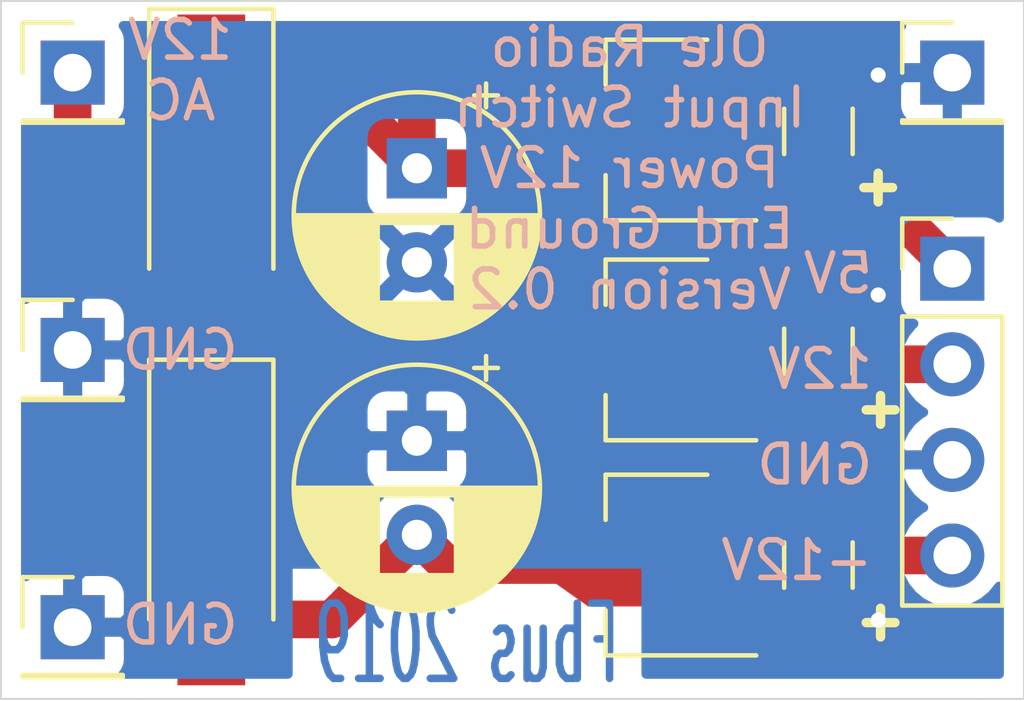
<source format=kicad_pcb>
(kicad_pcb (version 20171130) (host pcbnew "(5.1.4)-1")

  (general
    (thickness 1.6)
    (drawings 20)
    (tracks 52)
    (zones 0)
    (modules 15)
    (nets 8)
  )

  (page USLetter)
  (title_block
    (title "Power Board - 12V Filaments - End Ground")
    (date 2019-10-13)
    (rev 0.2)
    (company Fbus)
  )

  (layers
    (0 F.Cu signal)
    (31 B.Cu signal)
    (32 B.Adhes user)
    (33 F.Adhes user)
    (34 B.Paste user)
    (35 F.Paste user)
    (36 B.SilkS user)
    (37 F.SilkS user)
    (38 B.Mask user)
    (39 F.Mask user)
    (40 Dwgs.User user)
    (41 Cmts.User user)
    (42 Eco1.User user)
    (43 Eco2.User user)
    (44 Edge.Cuts user)
    (45 Margin user)
    (46 B.CrtYd user)
    (47 F.CrtYd user)
    (48 B.Fab user)
    (49 F.Fab user)
  )

  (setup
    (last_trace_width 1)
    (user_trace_width 1)
    (trace_clearance 0.2)
    (zone_clearance 0.508)
    (zone_45_only no)
    (trace_min 0.2)
    (via_size 0.8)
    (via_drill 0.4)
    (via_min_size 0.4)
    (via_min_drill 0.3)
    (uvia_size 0.3)
    (uvia_drill 0.1)
    (uvias_allowed no)
    (uvia_min_size 0.2)
    (uvia_min_drill 0.1)
    (edge_width 0.05)
    (segment_width 0.2)
    (pcb_text_width 0.3)
    (pcb_text_size 1.5 1.5)
    (mod_edge_width 0.12)
    (mod_text_size 1 1)
    (mod_text_width 0.15)
    (pad_size 1.524 1.524)
    (pad_drill 0.762)
    (pad_to_mask_clearance 0.051)
    (solder_mask_min_width 0.25)
    (aux_axis_origin 0 0)
    (visible_elements 7FFFFFFF)
    (pcbplotparams
      (layerselection 0x010fc_ffffffff)
      (usegerberextensions false)
      (usegerberattributes false)
      (usegerberadvancedattributes false)
      (creategerberjobfile false)
      (excludeedgelayer true)
      (linewidth 0.100000)
      (plotframeref false)
      (viasonmask false)
      (mode 1)
      (useauxorigin false)
      (hpglpennumber 1)
      (hpglpenspeed 20)
      (hpglpendiameter 15.000000)
      (psnegative false)
      (psa4output false)
      (plotreference true)
      (plotvalue true)
      (plotinvisibletext false)
      (padsonsilk false)
      (subtractmaskfromsilk false)
      (outputformat 1)
      (mirror false)
      (drillshape 0)
      (scaleselection 1)
      (outputdirectory "gerbers/"))
  )

  (net 0 "")
  (net 1 GND)
  (net 2 "Net-(C1-Pad1)")
  (net 3 "Net-(C2-Pad2)")
  (net 4 "Net-(C3-Pad1)")
  (net 5 "Net-(C4-Pad2)")
  (net 6 "Net-(C5-Pad1)")
  (net 7 "Net-(D1-Pad2)")

  (net_class Default "This is the default net class."
    (clearance 0.2)
    (trace_width 0.25)
    (via_dia 0.8)
    (via_drill 0.4)
    (uvia_dia 0.3)
    (uvia_drill 0.1)
    (add_net GND)
    (add_net "Net-(C1-Pad1)")
    (add_net "Net-(C2-Pad2)")
    (add_net "Net-(C3-Pad1)")
    (add_net "Net-(C4-Pad2)")
    (add_net "Net-(C5-Pad1)")
    (add_net "Net-(D1-Pad2)")
  )

  (module Connector_PinHeader_2.54mm:PinHeader_1x01_P2.54mm_Vertical (layer F.Cu) (tedit 59FED5CC) (tstamp 5DA3FBA8)
    (at 127.508 58.166)
    (descr "Through hole straight pin header, 1x01, 2.54mm pitch, single row")
    (tags "Through hole pin header THT 1x01 2.54mm single row")
    (path /5D841490)
    (fp_text reference J2 (at 0 -2.33) (layer F.SilkS) hide
      (effects (font (size 1 1) (thickness 0.15)))
    )
    (fp_text value Conn_01x01 (at 0 2.33) (layer F.Fab) hide
      (effects (font (size 1 1) (thickness 0.15)))
    )
    (fp_text user %R (at 0 0 90) (layer F.Fab) hide
      (effects (font (size 1 1) (thickness 0.15)))
    )
    (fp_line (start 1.8 -1.8) (end -1.8 -1.8) (layer F.CrtYd) (width 0.05))
    (fp_line (start 1.8 1.8) (end 1.8 -1.8) (layer F.CrtYd) (width 0.05))
    (fp_line (start -1.8 1.8) (end 1.8 1.8) (layer F.CrtYd) (width 0.05))
    (fp_line (start -1.8 -1.8) (end -1.8 1.8) (layer F.CrtYd) (width 0.05))
    (fp_line (start -1.33 -1.33) (end 0 -1.33) (layer F.SilkS) (width 0.12))
    (fp_line (start -1.33 0) (end -1.33 -1.33) (layer F.SilkS) (width 0.12))
    (fp_line (start -1.33 1.27) (end 1.33 1.27) (layer F.SilkS) (width 0.12))
    (fp_line (start 1.33 1.27) (end 1.33 1.33) (layer F.SilkS) (width 0.12))
    (fp_line (start -1.33 1.27) (end -1.33 1.33) (layer F.SilkS) (width 0.12))
    (fp_line (start -1.33 1.33) (end 1.33 1.33) (layer F.SilkS) (width 0.12))
    (fp_line (start -1.27 -0.635) (end -0.635 -1.27) (layer F.Fab) (width 0.1))
    (fp_line (start -1.27 1.27) (end -1.27 -0.635) (layer F.Fab) (width 0.1))
    (fp_line (start 1.27 1.27) (end -1.27 1.27) (layer F.Fab) (width 0.1))
    (fp_line (start 1.27 -1.27) (end 1.27 1.27) (layer F.Fab) (width 0.1))
    (fp_line (start -0.635 -1.27) (end 1.27 -1.27) (layer F.Fab) (width 0.1))
    (pad 1 thru_hole rect (at 0 0) (size 1.7 1.7) (drill 1) (layers *.Cu *.Mask)
      (net 1 GND))
    (model ${KISYS3DMOD}/Connector_PinHeader_2.54mm.3dshapes/PinHeader_1x01_P2.54mm_Vertical.wrl
      (at (xyz 0 0 0))
      (scale (xyz 1 1 1))
      (rotate (xyz 0 0 0))
    )
  )

  (module Connector_PinHeader_2.54mm:PinHeader_1x01_P2.54mm_Vertical (layer F.Cu) (tedit 59FED5CC) (tstamp 5DA3F9C0)
    (at 104.14 72.898)
    (descr "Through hole straight pin header, 1x01, 2.54mm pitch, single row")
    (tags "Through hole pin header THT 1x01 2.54mm single row")
    (path /5D841490)
    (fp_text reference J2 (at 0 -2.33) (layer F.SilkS) hide
      (effects (font (size 1 1) (thickness 0.15)))
    )
    (fp_text value Conn_01x01 (at 0 2.33) (layer F.Fab) hide
      (effects (font (size 1 1) (thickness 0.15)))
    )
    (fp_line (start -0.635 -1.27) (end 1.27 -1.27) (layer F.Fab) (width 0.1))
    (fp_line (start 1.27 -1.27) (end 1.27 1.27) (layer F.Fab) (width 0.1))
    (fp_line (start 1.27 1.27) (end -1.27 1.27) (layer F.Fab) (width 0.1))
    (fp_line (start -1.27 1.27) (end -1.27 -0.635) (layer F.Fab) (width 0.1))
    (fp_line (start -1.27 -0.635) (end -0.635 -1.27) (layer F.Fab) (width 0.1))
    (fp_line (start -1.33 1.33) (end 1.33 1.33) (layer F.SilkS) (width 0.12))
    (fp_line (start -1.33 1.27) (end -1.33 1.33) (layer F.SilkS) (width 0.12))
    (fp_line (start 1.33 1.27) (end 1.33 1.33) (layer F.SilkS) (width 0.12))
    (fp_line (start -1.33 1.27) (end 1.33 1.27) (layer F.SilkS) (width 0.12))
    (fp_line (start -1.33 0) (end -1.33 -1.33) (layer F.SilkS) (width 0.12))
    (fp_line (start -1.33 -1.33) (end 0 -1.33) (layer F.SilkS) (width 0.12))
    (fp_line (start -1.8 -1.8) (end -1.8 1.8) (layer F.CrtYd) (width 0.05))
    (fp_line (start -1.8 1.8) (end 1.8 1.8) (layer F.CrtYd) (width 0.05))
    (fp_line (start 1.8 1.8) (end 1.8 -1.8) (layer F.CrtYd) (width 0.05))
    (fp_line (start 1.8 -1.8) (end -1.8 -1.8) (layer F.CrtYd) (width 0.05))
    (fp_text user %R (at 0 0 90) (layer F.Fab) hide
      (effects (font (size 1 1) (thickness 0.15)))
    )
    (pad 1 thru_hole rect (at 0 0) (size 1.7 1.7) (drill 1) (layers *.Cu *.Mask)
      (net 1 GND))
    (model ${KISYS3DMOD}/Connector_PinHeader_2.54mm.3dshapes/PinHeader_1x01_P2.54mm_Vertical.wrl
      (at (xyz 0 0 0))
      (scale (xyz 1 1 1))
      (rotate (xyz 0 0 0))
    )
  )

  (module Diode_SMD:D_SMA_Handsoldering (layer F.Cu) (tedit 58643398) (tstamp 5D94C990)
    (at 107.823 70.191 270)
    (descr "Diode SMA (DO-214AC) Handsoldering")
    (tags "Diode SMA (DO-214AC) Handsoldering")
    (path /5D842F76)
    (attr smd)
    (fp_text reference D2 (at 0 -2.5 90) (layer F.SilkS) hide
      (effects (font (size 1 1) (thickness 0.15)))
    )
    (fp_text value D (at 0 2.6 90) (layer F.Fab) hide
      (effects (font (size 1 1) (thickness 0.15)))
    )
    (fp_line (start -4.4 -1.65) (end 2.5 -1.65) (layer F.SilkS) (width 0.12))
    (fp_line (start -4.4 1.65) (end 2.5 1.65) (layer F.SilkS) (width 0.12))
    (fp_line (start -0.64944 0.00102) (end 0.50118 -0.79908) (layer F.Fab) (width 0.1))
    (fp_line (start -0.64944 0.00102) (end 0.50118 0.75032) (layer F.Fab) (width 0.1))
    (fp_line (start 0.50118 0.75032) (end 0.50118 -0.79908) (layer F.Fab) (width 0.1))
    (fp_line (start -0.64944 -0.79908) (end -0.64944 0.80112) (layer F.Fab) (width 0.1))
    (fp_line (start 0.50118 0.00102) (end 1.4994 0.00102) (layer F.Fab) (width 0.1))
    (fp_line (start -0.64944 0.00102) (end -1.55114 0.00102) (layer F.Fab) (width 0.1))
    (fp_line (start -4.5 1.75) (end -4.5 -1.75) (layer F.CrtYd) (width 0.05))
    (fp_line (start 4.5 1.75) (end -4.5 1.75) (layer F.CrtYd) (width 0.05))
    (fp_line (start 4.5 -1.75) (end 4.5 1.75) (layer F.CrtYd) (width 0.05))
    (fp_line (start -4.5 -1.75) (end 4.5 -1.75) (layer F.CrtYd) (width 0.05))
    (fp_line (start 2.3 -1.5) (end -2.3 -1.5) (layer F.Fab) (width 0.1))
    (fp_line (start 2.3 -1.5) (end 2.3 1.5) (layer F.Fab) (width 0.1))
    (fp_line (start -2.3 1.5) (end -2.3 -1.5) (layer F.Fab) (width 0.1))
    (fp_line (start 2.3 1.5) (end -2.3 1.5) (layer F.Fab) (width 0.1))
    (fp_line (start -4.4 -1.65) (end -4.4 1.65) (layer F.SilkS) (width 0.12))
    (fp_text user %R (at 0 -2.5 90) (layer F.Fab) hide
      (effects (font (size 1 1) (thickness 0.15)))
    )
    (pad 2 smd rect (at 2.5 0 270) (size 3.5 1.8) (layers F.Cu F.Paste F.Mask)
      (net 3 "Net-(C2-Pad2)"))
    (pad 1 smd rect (at -2.5 0 270) (size 3.5 1.8) (layers F.Cu F.Paste F.Mask)
      (net 7 "Net-(D1-Pad2)"))
    (model ${KISYS3DMOD}/Diode_SMD.3dshapes/D_SMA.wrl
      (at (xyz 0 0 0))
      (scale (xyz 1 1 1))
      (rotate (xyz 0 0 0))
    )
  )

  (module Diode_SMD:D_SMA_Handsoldering (layer F.Cu) (tedit 58643398) (tstamp 5D94C974)
    (at 107.823 60.873 270)
    (descr "Diode SMA (DO-214AC) Handsoldering")
    (tags "Diode SMA (DO-214AC) Handsoldering")
    (path /5D8409E4)
    (attr smd)
    (fp_text reference D1 (at 0 -2.5 90) (layer F.SilkS) hide
      (effects (font (size 1 1) (thickness 0.15)))
    )
    (fp_text value D (at 0 2.6 90) (layer F.Fab) hide
      (effects (font (size 1 1) (thickness 0.15)))
    )
    (fp_line (start -4.4 -1.65) (end 2.5 -1.65) (layer F.SilkS) (width 0.12))
    (fp_line (start -4.4 1.65) (end 2.5 1.65) (layer F.SilkS) (width 0.12))
    (fp_line (start -0.64944 0.00102) (end 0.50118 -0.79908) (layer F.Fab) (width 0.1))
    (fp_line (start -0.64944 0.00102) (end 0.50118 0.75032) (layer F.Fab) (width 0.1))
    (fp_line (start 0.50118 0.75032) (end 0.50118 -0.79908) (layer F.Fab) (width 0.1))
    (fp_line (start -0.64944 -0.79908) (end -0.64944 0.80112) (layer F.Fab) (width 0.1))
    (fp_line (start 0.50118 0.00102) (end 1.4994 0.00102) (layer F.Fab) (width 0.1))
    (fp_line (start -0.64944 0.00102) (end -1.55114 0.00102) (layer F.Fab) (width 0.1))
    (fp_line (start -4.5 1.75) (end -4.5 -1.75) (layer F.CrtYd) (width 0.05))
    (fp_line (start 4.5 1.75) (end -4.5 1.75) (layer F.CrtYd) (width 0.05))
    (fp_line (start 4.5 -1.75) (end 4.5 1.75) (layer F.CrtYd) (width 0.05))
    (fp_line (start -4.5 -1.75) (end 4.5 -1.75) (layer F.CrtYd) (width 0.05))
    (fp_line (start 2.3 -1.5) (end -2.3 -1.5) (layer F.Fab) (width 0.1))
    (fp_line (start 2.3 -1.5) (end 2.3 1.5) (layer F.Fab) (width 0.1))
    (fp_line (start -2.3 1.5) (end -2.3 -1.5) (layer F.Fab) (width 0.1))
    (fp_line (start 2.3 1.5) (end -2.3 1.5) (layer F.Fab) (width 0.1))
    (fp_line (start -4.4 -1.65) (end -4.4 1.65) (layer F.SilkS) (width 0.12))
    (fp_text user %R (at 0 -2.5 90) (layer F.Fab) hide
      (effects (font (size 1 1) (thickness 0.15)))
    )
    (pad 2 smd rect (at 2.5 0 270) (size 3.5 1.8) (layers F.Cu F.Paste F.Mask)
      (net 7 "Net-(D1-Pad2)"))
    (pad 1 smd rect (at -2.5 0 270) (size 3.5 1.8) (layers F.Cu F.Paste F.Mask)
      (net 2 "Net-(C1-Pad1)"))
    (model ${KISYS3DMOD}/Diode_SMD.3dshapes/D_SMA.wrl
      (at (xyz 0 0 0))
      (scale (xyz 1 1 1))
      (rotate (xyz 0 0 0))
    )
  )

  (module Capacitor_SMD:C_1206_3216Metric_Pad1.42x1.75mm_HandSolder (layer F.Cu) (tedit 5B301BBE) (tstamp 5D94C958)
    (at 123.952 59.7265 90)
    (descr "Capacitor SMD 1206 (3216 Metric), square (rectangular) end terminal, IPC_7351 nominal with elongated pad for handsoldering. (Body size source: http://www.tortai-tech.com/upload/download/2011102023233369053.pdf), generated with kicad-footprint-generator")
    (tags "capacitor handsolder")
    (path /5D84406D)
    (attr smd)
    (fp_text reference C5 (at 0 -1.82 90) (layer F.SilkS) hide
      (effects (font (size 1 1) (thickness 0.15)))
    )
    (fp_text value "4.7 uF" (at 0 1.82 90) (layer F.Fab) hide
      (effects (font (size 1 1) (thickness 0.15)))
    )
    (fp_text user %R (at 0 0 90) (layer F.Fab) hide
      (effects (font (size 0.8 0.8) (thickness 0.12)))
    )
    (fp_line (start 2.45 1.12) (end -2.45 1.12) (layer F.CrtYd) (width 0.05))
    (fp_line (start 2.45 -1.12) (end 2.45 1.12) (layer F.CrtYd) (width 0.05))
    (fp_line (start -2.45 -1.12) (end 2.45 -1.12) (layer F.CrtYd) (width 0.05))
    (fp_line (start -2.45 1.12) (end -2.45 -1.12) (layer F.CrtYd) (width 0.05))
    (fp_line (start -0.602064 0.91) (end 0.602064 0.91) (layer F.SilkS) (width 0.12))
    (fp_line (start -0.602064 -0.91) (end 0.602064 -0.91) (layer F.SilkS) (width 0.12))
    (fp_line (start 1.6 0.8) (end -1.6 0.8) (layer F.Fab) (width 0.1))
    (fp_line (start 1.6 -0.8) (end 1.6 0.8) (layer F.Fab) (width 0.1))
    (fp_line (start -1.6 -0.8) (end 1.6 -0.8) (layer F.Fab) (width 0.1))
    (fp_line (start -1.6 0.8) (end -1.6 -0.8) (layer F.Fab) (width 0.1))
    (pad 2 smd roundrect (at 1.4875 0 90) (size 1.425 1.75) (layers F.Cu F.Paste F.Mask) (roundrect_rratio 0.175439)
      (net 1 GND))
    (pad 1 smd roundrect (at -1.4875 0 90) (size 1.425 1.75) (layers F.Cu F.Paste F.Mask) (roundrect_rratio 0.175439)
      (net 6 "Net-(C5-Pad1)"))
    (model ${KISYS3DMOD}/Capacitor_SMD.3dshapes/C_1206_3216Metric.wrl
      (at (xyz 0 0 0))
      (scale (xyz 1 1 1))
      (rotate (xyz 0 0 0))
    )
  )

  (module Capacitor_SMD:C_1206_3216Metric_Pad1.42x1.75mm_HandSolder (layer F.Cu) (tedit 5B301BBE) (tstamp 5D94E266)
    (at 123.952 71.247 90)
    (descr "Capacitor SMD 1206 (3216 Metric), square (rectangular) end terminal, IPC_7351 nominal with elongated pad for handsoldering. (Body size source: http://www.tortai-tech.com/upload/download/2011102023233369053.pdf), generated with kicad-footprint-generator")
    (tags "capacitor handsolder")
    (path /5D9AA1EF)
    (attr smd)
    (fp_text reference C4 (at 0 -1.82 90) (layer F.SilkS) hide
      (effects (font (size 1 1) (thickness 0.15)))
    )
    (fp_text value "4.7 uF" (at 0 1.82 90) (layer F.Fab) hide
      (effects (font (size 1 1) (thickness 0.15)))
    )
    (fp_text user %R (at 0 0 90) (layer F.Fab) hide
      (effects (font (size 0.8 0.8) (thickness 0.12)))
    )
    (fp_line (start 2.45 1.12) (end -2.45 1.12) (layer F.CrtYd) (width 0.05))
    (fp_line (start 2.45 -1.12) (end 2.45 1.12) (layer F.CrtYd) (width 0.05))
    (fp_line (start -2.45 -1.12) (end 2.45 -1.12) (layer F.CrtYd) (width 0.05))
    (fp_line (start -2.45 1.12) (end -2.45 -1.12) (layer F.CrtYd) (width 0.05))
    (fp_line (start -0.602064 0.91) (end 0.602064 0.91) (layer F.SilkS) (width 0.12))
    (fp_line (start -0.602064 -0.91) (end 0.602064 -0.91) (layer F.SilkS) (width 0.12))
    (fp_line (start 1.6 0.8) (end -1.6 0.8) (layer F.Fab) (width 0.1))
    (fp_line (start 1.6 -0.8) (end 1.6 0.8) (layer F.Fab) (width 0.1))
    (fp_line (start -1.6 -0.8) (end 1.6 -0.8) (layer F.Fab) (width 0.1))
    (fp_line (start -1.6 0.8) (end -1.6 -0.8) (layer F.Fab) (width 0.1))
    (pad 2 smd roundrect (at 1.4875 0 90) (size 1.425 1.75) (layers F.Cu F.Paste F.Mask) (roundrect_rratio 0.175439)
      (net 5 "Net-(C4-Pad2)"))
    (pad 1 smd roundrect (at -1.4875 0 90) (size 1.425 1.75) (layers F.Cu F.Paste F.Mask) (roundrect_rratio 0.175439)
      (net 1 GND))
    (model ${KISYS3DMOD}/Capacitor_SMD.3dshapes/C_1206_3216Metric.wrl
      (at (xyz 0 0 0))
      (scale (xyz 1 1 1))
      (rotate (xyz 0 0 0))
    )
  )

  (module Capacitor_SMD:C_1206_3216Metric_Pad1.42x1.75mm_HandSolder (layer F.Cu) (tedit 5B301BBE) (tstamp 5D94C936)
    (at 123.952 65.5685 90)
    (descr "Capacitor SMD 1206 (3216 Metric), square (rectangular) end terminal, IPC_7351 nominal with elongated pad for handsoldering. (Body size source: http://www.tortai-tech.com/upload/download/2011102023233369053.pdf), generated with kicad-footprint-generator")
    (tags "capacitor handsolder")
    (path /5D9A9BF2)
    (attr smd)
    (fp_text reference C3 (at 0 -1.82 90) (layer F.SilkS) hide
      (effects (font (size 1 1) (thickness 0.15)))
    )
    (fp_text value "4.7 uF" (at 0 1.82 90) (layer F.Fab) hide
      (effects (font (size 1 1) (thickness 0.15)))
    )
    (fp_text user %R (at 0 0 90) (layer F.Fab) hide
      (effects (font (size 0.8 0.8) (thickness 0.12)))
    )
    (fp_line (start 2.45 1.12) (end -2.45 1.12) (layer F.CrtYd) (width 0.05))
    (fp_line (start 2.45 -1.12) (end 2.45 1.12) (layer F.CrtYd) (width 0.05))
    (fp_line (start -2.45 -1.12) (end 2.45 -1.12) (layer F.CrtYd) (width 0.05))
    (fp_line (start -2.45 1.12) (end -2.45 -1.12) (layer F.CrtYd) (width 0.05))
    (fp_line (start -0.602064 0.91) (end 0.602064 0.91) (layer F.SilkS) (width 0.12))
    (fp_line (start -0.602064 -0.91) (end 0.602064 -0.91) (layer F.SilkS) (width 0.12))
    (fp_line (start 1.6 0.8) (end -1.6 0.8) (layer F.Fab) (width 0.1))
    (fp_line (start 1.6 -0.8) (end 1.6 0.8) (layer F.Fab) (width 0.1))
    (fp_line (start -1.6 -0.8) (end 1.6 -0.8) (layer F.Fab) (width 0.1))
    (fp_line (start -1.6 0.8) (end -1.6 -0.8) (layer F.Fab) (width 0.1))
    (pad 2 smd roundrect (at 1.4875 0 90) (size 1.425 1.75) (layers F.Cu F.Paste F.Mask) (roundrect_rratio 0.175439)
      (net 1 GND))
    (pad 1 smd roundrect (at -1.4875 0 90) (size 1.425 1.75) (layers F.Cu F.Paste F.Mask) (roundrect_rratio 0.175439)
      (net 4 "Net-(C3-Pad1)"))
    (model ${KISYS3DMOD}/Capacitor_SMD.3dshapes/C_1206_3216Metric.wrl
      (at (xyz 0 0 0))
      (scale (xyz 1 1 1))
      (rotate (xyz 0 0 0))
    )
  )

  (module Capacitor_THT:CP_Radial_D6.3mm_P2.50mm (layer F.Cu) (tedit 5AE50EF0) (tstamp 5DA3E66E)
    (at 113.284 67.945 270)
    (descr "CP, Radial series, Radial, pin pitch=2.50mm, , diameter=6.3mm, Electrolytic Capacitor")
    (tags "CP Radial series Radial pin pitch 2.50mm  diameter 6.3mm Electrolytic Capacitor")
    (path /5D84323D)
    (fp_text reference C2 (at 1.25 -4.4 90) (layer F.SilkS) hide
      (effects (font (size 1 1) (thickness 0.15)))
    )
    (fp_text value "220 uF" (at 1.25 4.4 90) (layer F.Fab) hide
      (effects (font (size 1 1) (thickness 0.15)))
    )
    (fp_text user %R (at 1.25 0 90) (layer F.Fab) hide
      (effects (font (size 1 1) (thickness 0.15)))
    )
    (fp_line (start -1.935241 -2.154) (end -1.935241 -1.524) (layer F.SilkS) (width 0.12))
    (fp_line (start -2.250241 -1.839) (end -1.620241 -1.839) (layer F.SilkS) (width 0.12))
    (fp_line (start 4.491 -0.402) (end 4.491 0.402) (layer F.SilkS) (width 0.12))
    (fp_line (start 4.451 -0.633) (end 4.451 0.633) (layer F.SilkS) (width 0.12))
    (fp_line (start 4.411 -0.802) (end 4.411 0.802) (layer F.SilkS) (width 0.12))
    (fp_line (start 4.371 -0.94) (end 4.371 0.94) (layer F.SilkS) (width 0.12))
    (fp_line (start 4.331 -1.059) (end 4.331 1.059) (layer F.SilkS) (width 0.12))
    (fp_line (start 4.291 -1.165) (end 4.291 1.165) (layer F.SilkS) (width 0.12))
    (fp_line (start 4.251 -1.262) (end 4.251 1.262) (layer F.SilkS) (width 0.12))
    (fp_line (start 4.211 -1.35) (end 4.211 1.35) (layer F.SilkS) (width 0.12))
    (fp_line (start 4.171 -1.432) (end 4.171 1.432) (layer F.SilkS) (width 0.12))
    (fp_line (start 4.131 -1.509) (end 4.131 1.509) (layer F.SilkS) (width 0.12))
    (fp_line (start 4.091 -1.581) (end 4.091 1.581) (layer F.SilkS) (width 0.12))
    (fp_line (start 4.051 -1.65) (end 4.051 1.65) (layer F.SilkS) (width 0.12))
    (fp_line (start 4.011 -1.714) (end 4.011 1.714) (layer F.SilkS) (width 0.12))
    (fp_line (start 3.971 -1.776) (end 3.971 1.776) (layer F.SilkS) (width 0.12))
    (fp_line (start 3.931 -1.834) (end 3.931 1.834) (layer F.SilkS) (width 0.12))
    (fp_line (start 3.891 -1.89) (end 3.891 1.89) (layer F.SilkS) (width 0.12))
    (fp_line (start 3.851 -1.944) (end 3.851 1.944) (layer F.SilkS) (width 0.12))
    (fp_line (start 3.811 -1.995) (end 3.811 1.995) (layer F.SilkS) (width 0.12))
    (fp_line (start 3.771 -2.044) (end 3.771 2.044) (layer F.SilkS) (width 0.12))
    (fp_line (start 3.731 -2.092) (end 3.731 2.092) (layer F.SilkS) (width 0.12))
    (fp_line (start 3.691 -2.137) (end 3.691 2.137) (layer F.SilkS) (width 0.12))
    (fp_line (start 3.651 -2.182) (end 3.651 2.182) (layer F.SilkS) (width 0.12))
    (fp_line (start 3.611 -2.224) (end 3.611 2.224) (layer F.SilkS) (width 0.12))
    (fp_line (start 3.571 -2.265) (end 3.571 2.265) (layer F.SilkS) (width 0.12))
    (fp_line (start 3.531 1.04) (end 3.531 2.305) (layer F.SilkS) (width 0.12))
    (fp_line (start 3.531 -2.305) (end 3.531 -1.04) (layer F.SilkS) (width 0.12))
    (fp_line (start 3.491 1.04) (end 3.491 2.343) (layer F.SilkS) (width 0.12))
    (fp_line (start 3.491 -2.343) (end 3.491 -1.04) (layer F.SilkS) (width 0.12))
    (fp_line (start 3.451 1.04) (end 3.451 2.38) (layer F.SilkS) (width 0.12))
    (fp_line (start 3.451 -2.38) (end 3.451 -1.04) (layer F.SilkS) (width 0.12))
    (fp_line (start 3.411 1.04) (end 3.411 2.416) (layer F.SilkS) (width 0.12))
    (fp_line (start 3.411 -2.416) (end 3.411 -1.04) (layer F.SilkS) (width 0.12))
    (fp_line (start 3.371 1.04) (end 3.371 2.45) (layer F.SilkS) (width 0.12))
    (fp_line (start 3.371 -2.45) (end 3.371 -1.04) (layer F.SilkS) (width 0.12))
    (fp_line (start 3.331 1.04) (end 3.331 2.484) (layer F.SilkS) (width 0.12))
    (fp_line (start 3.331 -2.484) (end 3.331 -1.04) (layer F.SilkS) (width 0.12))
    (fp_line (start 3.291 1.04) (end 3.291 2.516) (layer F.SilkS) (width 0.12))
    (fp_line (start 3.291 -2.516) (end 3.291 -1.04) (layer F.SilkS) (width 0.12))
    (fp_line (start 3.251 1.04) (end 3.251 2.548) (layer F.SilkS) (width 0.12))
    (fp_line (start 3.251 -2.548) (end 3.251 -1.04) (layer F.SilkS) (width 0.12))
    (fp_line (start 3.211 1.04) (end 3.211 2.578) (layer F.SilkS) (width 0.12))
    (fp_line (start 3.211 -2.578) (end 3.211 -1.04) (layer F.SilkS) (width 0.12))
    (fp_line (start 3.171 1.04) (end 3.171 2.607) (layer F.SilkS) (width 0.12))
    (fp_line (start 3.171 -2.607) (end 3.171 -1.04) (layer F.SilkS) (width 0.12))
    (fp_line (start 3.131 1.04) (end 3.131 2.636) (layer F.SilkS) (width 0.12))
    (fp_line (start 3.131 -2.636) (end 3.131 -1.04) (layer F.SilkS) (width 0.12))
    (fp_line (start 3.091 1.04) (end 3.091 2.664) (layer F.SilkS) (width 0.12))
    (fp_line (start 3.091 -2.664) (end 3.091 -1.04) (layer F.SilkS) (width 0.12))
    (fp_line (start 3.051 1.04) (end 3.051 2.69) (layer F.SilkS) (width 0.12))
    (fp_line (start 3.051 -2.69) (end 3.051 -1.04) (layer F.SilkS) (width 0.12))
    (fp_line (start 3.011 1.04) (end 3.011 2.716) (layer F.SilkS) (width 0.12))
    (fp_line (start 3.011 -2.716) (end 3.011 -1.04) (layer F.SilkS) (width 0.12))
    (fp_line (start 2.971 1.04) (end 2.971 2.742) (layer F.SilkS) (width 0.12))
    (fp_line (start 2.971 -2.742) (end 2.971 -1.04) (layer F.SilkS) (width 0.12))
    (fp_line (start 2.931 1.04) (end 2.931 2.766) (layer F.SilkS) (width 0.12))
    (fp_line (start 2.931 -2.766) (end 2.931 -1.04) (layer F.SilkS) (width 0.12))
    (fp_line (start 2.891 1.04) (end 2.891 2.79) (layer F.SilkS) (width 0.12))
    (fp_line (start 2.891 -2.79) (end 2.891 -1.04) (layer F.SilkS) (width 0.12))
    (fp_line (start 2.851 1.04) (end 2.851 2.812) (layer F.SilkS) (width 0.12))
    (fp_line (start 2.851 -2.812) (end 2.851 -1.04) (layer F.SilkS) (width 0.12))
    (fp_line (start 2.811 1.04) (end 2.811 2.834) (layer F.SilkS) (width 0.12))
    (fp_line (start 2.811 -2.834) (end 2.811 -1.04) (layer F.SilkS) (width 0.12))
    (fp_line (start 2.771 1.04) (end 2.771 2.856) (layer F.SilkS) (width 0.12))
    (fp_line (start 2.771 -2.856) (end 2.771 -1.04) (layer F.SilkS) (width 0.12))
    (fp_line (start 2.731 1.04) (end 2.731 2.876) (layer F.SilkS) (width 0.12))
    (fp_line (start 2.731 -2.876) (end 2.731 -1.04) (layer F.SilkS) (width 0.12))
    (fp_line (start 2.691 1.04) (end 2.691 2.896) (layer F.SilkS) (width 0.12))
    (fp_line (start 2.691 -2.896) (end 2.691 -1.04) (layer F.SilkS) (width 0.12))
    (fp_line (start 2.651 1.04) (end 2.651 2.916) (layer F.SilkS) (width 0.12))
    (fp_line (start 2.651 -2.916) (end 2.651 -1.04) (layer F.SilkS) (width 0.12))
    (fp_line (start 2.611 1.04) (end 2.611 2.934) (layer F.SilkS) (width 0.12))
    (fp_line (start 2.611 -2.934) (end 2.611 -1.04) (layer F.SilkS) (width 0.12))
    (fp_line (start 2.571 1.04) (end 2.571 2.952) (layer F.SilkS) (width 0.12))
    (fp_line (start 2.571 -2.952) (end 2.571 -1.04) (layer F.SilkS) (width 0.12))
    (fp_line (start 2.531 1.04) (end 2.531 2.97) (layer F.SilkS) (width 0.12))
    (fp_line (start 2.531 -2.97) (end 2.531 -1.04) (layer F.SilkS) (width 0.12))
    (fp_line (start 2.491 1.04) (end 2.491 2.986) (layer F.SilkS) (width 0.12))
    (fp_line (start 2.491 -2.986) (end 2.491 -1.04) (layer F.SilkS) (width 0.12))
    (fp_line (start 2.451 1.04) (end 2.451 3.002) (layer F.SilkS) (width 0.12))
    (fp_line (start 2.451 -3.002) (end 2.451 -1.04) (layer F.SilkS) (width 0.12))
    (fp_line (start 2.411 1.04) (end 2.411 3.018) (layer F.SilkS) (width 0.12))
    (fp_line (start 2.411 -3.018) (end 2.411 -1.04) (layer F.SilkS) (width 0.12))
    (fp_line (start 2.371 1.04) (end 2.371 3.033) (layer F.SilkS) (width 0.12))
    (fp_line (start 2.371 -3.033) (end 2.371 -1.04) (layer F.SilkS) (width 0.12))
    (fp_line (start 2.331 1.04) (end 2.331 3.047) (layer F.SilkS) (width 0.12))
    (fp_line (start 2.331 -3.047) (end 2.331 -1.04) (layer F.SilkS) (width 0.12))
    (fp_line (start 2.291 1.04) (end 2.291 3.061) (layer F.SilkS) (width 0.12))
    (fp_line (start 2.291 -3.061) (end 2.291 -1.04) (layer F.SilkS) (width 0.12))
    (fp_line (start 2.251 1.04) (end 2.251 3.074) (layer F.SilkS) (width 0.12))
    (fp_line (start 2.251 -3.074) (end 2.251 -1.04) (layer F.SilkS) (width 0.12))
    (fp_line (start 2.211 1.04) (end 2.211 3.086) (layer F.SilkS) (width 0.12))
    (fp_line (start 2.211 -3.086) (end 2.211 -1.04) (layer F.SilkS) (width 0.12))
    (fp_line (start 2.171 1.04) (end 2.171 3.098) (layer F.SilkS) (width 0.12))
    (fp_line (start 2.171 -3.098) (end 2.171 -1.04) (layer F.SilkS) (width 0.12))
    (fp_line (start 2.131 1.04) (end 2.131 3.11) (layer F.SilkS) (width 0.12))
    (fp_line (start 2.131 -3.11) (end 2.131 -1.04) (layer F.SilkS) (width 0.12))
    (fp_line (start 2.091 1.04) (end 2.091 3.121) (layer F.SilkS) (width 0.12))
    (fp_line (start 2.091 -3.121) (end 2.091 -1.04) (layer F.SilkS) (width 0.12))
    (fp_line (start 2.051 1.04) (end 2.051 3.131) (layer F.SilkS) (width 0.12))
    (fp_line (start 2.051 -3.131) (end 2.051 -1.04) (layer F.SilkS) (width 0.12))
    (fp_line (start 2.011 1.04) (end 2.011 3.141) (layer F.SilkS) (width 0.12))
    (fp_line (start 2.011 -3.141) (end 2.011 -1.04) (layer F.SilkS) (width 0.12))
    (fp_line (start 1.971 1.04) (end 1.971 3.15) (layer F.SilkS) (width 0.12))
    (fp_line (start 1.971 -3.15) (end 1.971 -1.04) (layer F.SilkS) (width 0.12))
    (fp_line (start 1.93 1.04) (end 1.93 3.159) (layer F.SilkS) (width 0.12))
    (fp_line (start 1.93 -3.159) (end 1.93 -1.04) (layer F.SilkS) (width 0.12))
    (fp_line (start 1.89 1.04) (end 1.89 3.167) (layer F.SilkS) (width 0.12))
    (fp_line (start 1.89 -3.167) (end 1.89 -1.04) (layer F.SilkS) (width 0.12))
    (fp_line (start 1.85 1.04) (end 1.85 3.175) (layer F.SilkS) (width 0.12))
    (fp_line (start 1.85 -3.175) (end 1.85 -1.04) (layer F.SilkS) (width 0.12))
    (fp_line (start 1.81 1.04) (end 1.81 3.182) (layer F.SilkS) (width 0.12))
    (fp_line (start 1.81 -3.182) (end 1.81 -1.04) (layer F.SilkS) (width 0.12))
    (fp_line (start 1.77 1.04) (end 1.77 3.189) (layer F.SilkS) (width 0.12))
    (fp_line (start 1.77 -3.189) (end 1.77 -1.04) (layer F.SilkS) (width 0.12))
    (fp_line (start 1.73 1.04) (end 1.73 3.195) (layer F.SilkS) (width 0.12))
    (fp_line (start 1.73 -3.195) (end 1.73 -1.04) (layer F.SilkS) (width 0.12))
    (fp_line (start 1.69 1.04) (end 1.69 3.201) (layer F.SilkS) (width 0.12))
    (fp_line (start 1.69 -3.201) (end 1.69 -1.04) (layer F.SilkS) (width 0.12))
    (fp_line (start 1.65 1.04) (end 1.65 3.206) (layer F.SilkS) (width 0.12))
    (fp_line (start 1.65 -3.206) (end 1.65 -1.04) (layer F.SilkS) (width 0.12))
    (fp_line (start 1.61 1.04) (end 1.61 3.211) (layer F.SilkS) (width 0.12))
    (fp_line (start 1.61 -3.211) (end 1.61 -1.04) (layer F.SilkS) (width 0.12))
    (fp_line (start 1.57 1.04) (end 1.57 3.215) (layer F.SilkS) (width 0.12))
    (fp_line (start 1.57 -3.215) (end 1.57 -1.04) (layer F.SilkS) (width 0.12))
    (fp_line (start 1.53 1.04) (end 1.53 3.218) (layer F.SilkS) (width 0.12))
    (fp_line (start 1.53 -3.218) (end 1.53 -1.04) (layer F.SilkS) (width 0.12))
    (fp_line (start 1.49 1.04) (end 1.49 3.222) (layer F.SilkS) (width 0.12))
    (fp_line (start 1.49 -3.222) (end 1.49 -1.04) (layer F.SilkS) (width 0.12))
    (fp_line (start 1.45 -3.224) (end 1.45 3.224) (layer F.SilkS) (width 0.12))
    (fp_line (start 1.41 -3.227) (end 1.41 3.227) (layer F.SilkS) (width 0.12))
    (fp_line (start 1.37 -3.228) (end 1.37 3.228) (layer F.SilkS) (width 0.12))
    (fp_line (start 1.33 -3.23) (end 1.33 3.23) (layer F.SilkS) (width 0.12))
    (fp_line (start 1.29 -3.23) (end 1.29 3.23) (layer F.SilkS) (width 0.12))
    (fp_line (start 1.25 -3.23) (end 1.25 3.23) (layer F.SilkS) (width 0.12))
    (fp_line (start -1.128972 -1.6885) (end -1.128972 -1.0585) (layer F.Fab) (width 0.1))
    (fp_line (start -1.443972 -1.3735) (end -0.813972 -1.3735) (layer F.Fab) (width 0.1))
    (fp_circle (center 1.25 0) (end 4.65 0) (layer F.CrtYd) (width 0.05))
    (fp_circle (center 1.25 0) (end 4.52 0) (layer F.SilkS) (width 0.12))
    (fp_circle (center 1.25 0) (end 4.4 0) (layer F.Fab) (width 0.1))
    (pad 2 thru_hole circle (at 2.5 0 270) (size 1.6 1.6) (drill 0.8) (layers *.Cu *.Mask)
      (net 3 "Net-(C2-Pad2)"))
    (pad 1 thru_hole rect (at 0 0 270) (size 1.6 1.6) (drill 0.8) (layers *.Cu *.Mask)
      (net 1 GND))
    (model ${KISYS3DMOD}/Capacitor_THT.3dshapes/CP_Radial_D6.3mm_P2.50mm.wrl
      (at (xyz 0 0 0))
      (scale (xyz 1 1 1))
      (rotate (xyz 0 0 0))
    )
  )

  (module Capacitor_THT:CP_Radial_D6.3mm_P2.50mm (layer F.Cu) (tedit 5AE50EF0) (tstamp 5D94E307)
    (at 113.284 60.706 270)
    (descr "CP, Radial series, Radial, pin pitch=2.50mm, , diameter=6.3mm, Electrolytic Capacitor")
    (tags "CP Radial series Radial pin pitch 2.50mm  diameter 6.3mm Electrolytic Capacitor")
    (path /5D8437A1)
    (fp_text reference C1 (at 1.25 -4.4 90) (layer F.SilkS) hide
      (effects (font (size 1 1) (thickness 0.15)))
    )
    (fp_text value "220 uF" (at 1.25 4.4 90) (layer F.Fab) hide
      (effects (font (size 1 1) (thickness 0.15)))
    )
    (fp_text user %R (at 1.25 0 90) (layer F.Fab) hide
      (effects (font (size 1 1) (thickness 0.15)))
    )
    (fp_line (start -1.935241 -2.154) (end -1.935241 -1.524) (layer F.SilkS) (width 0.12))
    (fp_line (start -2.250241 -1.839) (end -1.620241 -1.839) (layer F.SilkS) (width 0.12))
    (fp_line (start 4.491 -0.402) (end 4.491 0.402) (layer F.SilkS) (width 0.12))
    (fp_line (start 4.451 -0.633) (end 4.451 0.633) (layer F.SilkS) (width 0.12))
    (fp_line (start 4.411 -0.802) (end 4.411 0.802) (layer F.SilkS) (width 0.12))
    (fp_line (start 4.371 -0.94) (end 4.371 0.94) (layer F.SilkS) (width 0.12))
    (fp_line (start 4.331 -1.059) (end 4.331 1.059) (layer F.SilkS) (width 0.12))
    (fp_line (start 4.291 -1.165) (end 4.291 1.165) (layer F.SilkS) (width 0.12))
    (fp_line (start 4.251 -1.262) (end 4.251 1.262) (layer F.SilkS) (width 0.12))
    (fp_line (start 4.211 -1.35) (end 4.211 1.35) (layer F.SilkS) (width 0.12))
    (fp_line (start 4.171 -1.432) (end 4.171 1.432) (layer F.SilkS) (width 0.12))
    (fp_line (start 4.131 -1.509) (end 4.131 1.509) (layer F.SilkS) (width 0.12))
    (fp_line (start 4.091 -1.581) (end 4.091 1.581) (layer F.SilkS) (width 0.12))
    (fp_line (start 4.051 -1.65) (end 4.051 1.65) (layer F.SilkS) (width 0.12))
    (fp_line (start 4.011 -1.714) (end 4.011 1.714) (layer F.SilkS) (width 0.12))
    (fp_line (start 3.971 -1.776) (end 3.971 1.776) (layer F.SilkS) (width 0.12))
    (fp_line (start 3.931 -1.834) (end 3.931 1.834) (layer F.SilkS) (width 0.12))
    (fp_line (start 3.891 -1.89) (end 3.891 1.89) (layer F.SilkS) (width 0.12))
    (fp_line (start 3.851 -1.944) (end 3.851 1.944) (layer F.SilkS) (width 0.12))
    (fp_line (start 3.811 -1.995) (end 3.811 1.995) (layer F.SilkS) (width 0.12))
    (fp_line (start 3.771 -2.044) (end 3.771 2.044) (layer F.SilkS) (width 0.12))
    (fp_line (start 3.731 -2.092) (end 3.731 2.092) (layer F.SilkS) (width 0.12))
    (fp_line (start 3.691 -2.137) (end 3.691 2.137) (layer F.SilkS) (width 0.12))
    (fp_line (start 3.651 -2.182) (end 3.651 2.182) (layer F.SilkS) (width 0.12))
    (fp_line (start 3.611 -2.224) (end 3.611 2.224) (layer F.SilkS) (width 0.12))
    (fp_line (start 3.571 -2.265) (end 3.571 2.265) (layer F.SilkS) (width 0.12))
    (fp_line (start 3.531 1.04) (end 3.531 2.305) (layer F.SilkS) (width 0.12))
    (fp_line (start 3.531 -2.305) (end 3.531 -1.04) (layer F.SilkS) (width 0.12))
    (fp_line (start 3.491 1.04) (end 3.491 2.343) (layer F.SilkS) (width 0.12))
    (fp_line (start 3.491 -2.343) (end 3.491 -1.04) (layer F.SilkS) (width 0.12))
    (fp_line (start 3.451 1.04) (end 3.451 2.38) (layer F.SilkS) (width 0.12))
    (fp_line (start 3.451 -2.38) (end 3.451 -1.04) (layer F.SilkS) (width 0.12))
    (fp_line (start 3.411 1.04) (end 3.411 2.416) (layer F.SilkS) (width 0.12))
    (fp_line (start 3.411 -2.416) (end 3.411 -1.04) (layer F.SilkS) (width 0.12))
    (fp_line (start 3.371 1.04) (end 3.371 2.45) (layer F.SilkS) (width 0.12))
    (fp_line (start 3.371 -2.45) (end 3.371 -1.04) (layer F.SilkS) (width 0.12))
    (fp_line (start 3.331 1.04) (end 3.331 2.484) (layer F.SilkS) (width 0.12))
    (fp_line (start 3.331 -2.484) (end 3.331 -1.04) (layer F.SilkS) (width 0.12))
    (fp_line (start 3.291 1.04) (end 3.291 2.516) (layer F.SilkS) (width 0.12))
    (fp_line (start 3.291 -2.516) (end 3.291 -1.04) (layer F.SilkS) (width 0.12))
    (fp_line (start 3.251 1.04) (end 3.251 2.548) (layer F.SilkS) (width 0.12))
    (fp_line (start 3.251 -2.548) (end 3.251 -1.04) (layer F.SilkS) (width 0.12))
    (fp_line (start 3.211 1.04) (end 3.211 2.578) (layer F.SilkS) (width 0.12))
    (fp_line (start 3.211 -2.578) (end 3.211 -1.04) (layer F.SilkS) (width 0.12))
    (fp_line (start 3.171 1.04) (end 3.171 2.607) (layer F.SilkS) (width 0.12))
    (fp_line (start 3.171 -2.607) (end 3.171 -1.04) (layer F.SilkS) (width 0.12))
    (fp_line (start 3.131 1.04) (end 3.131 2.636) (layer F.SilkS) (width 0.12))
    (fp_line (start 3.131 -2.636) (end 3.131 -1.04) (layer F.SilkS) (width 0.12))
    (fp_line (start 3.091 1.04) (end 3.091 2.664) (layer F.SilkS) (width 0.12))
    (fp_line (start 3.091 -2.664) (end 3.091 -1.04) (layer F.SilkS) (width 0.12))
    (fp_line (start 3.051 1.04) (end 3.051 2.69) (layer F.SilkS) (width 0.12))
    (fp_line (start 3.051 -2.69) (end 3.051 -1.04) (layer F.SilkS) (width 0.12))
    (fp_line (start 3.011 1.04) (end 3.011 2.716) (layer F.SilkS) (width 0.12))
    (fp_line (start 3.011 -2.716) (end 3.011 -1.04) (layer F.SilkS) (width 0.12))
    (fp_line (start 2.971 1.04) (end 2.971 2.742) (layer F.SilkS) (width 0.12))
    (fp_line (start 2.971 -2.742) (end 2.971 -1.04) (layer F.SilkS) (width 0.12))
    (fp_line (start 2.931 1.04) (end 2.931 2.766) (layer F.SilkS) (width 0.12))
    (fp_line (start 2.931 -2.766) (end 2.931 -1.04) (layer F.SilkS) (width 0.12))
    (fp_line (start 2.891 1.04) (end 2.891 2.79) (layer F.SilkS) (width 0.12))
    (fp_line (start 2.891 -2.79) (end 2.891 -1.04) (layer F.SilkS) (width 0.12))
    (fp_line (start 2.851 1.04) (end 2.851 2.812) (layer F.SilkS) (width 0.12))
    (fp_line (start 2.851 -2.812) (end 2.851 -1.04) (layer F.SilkS) (width 0.12))
    (fp_line (start 2.811 1.04) (end 2.811 2.834) (layer F.SilkS) (width 0.12))
    (fp_line (start 2.811 -2.834) (end 2.811 -1.04) (layer F.SilkS) (width 0.12))
    (fp_line (start 2.771 1.04) (end 2.771 2.856) (layer F.SilkS) (width 0.12))
    (fp_line (start 2.771 -2.856) (end 2.771 -1.04) (layer F.SilkS) (width 0.12))
    (fp_line (start 2.731 1.04) (end 2.731 2.876) (layer F.SilkS) (width 0.12))
    (fp_line (start 2.731 -2.876) (end 2.731 -1.04) (layer F.SilkS) (width 0.12))
    (fp_line (start 2.691 1.04) (end 2.691 2.896) (layer F.SilkS) (width 0.12))
    (fp_line (start 2.691 -2.896) (end 2.691 -1.04) (layer F.SilkS) (width 0.12))
    (fp_line (start 2.651 1.04) (end 2.651 2.916) (layer F.SilkS) (width 0.12))
    (fp_line (start 2.651 -2.916) (end 2.651 -1.04) (layer F.SilkS) (width 0.12))
    (fp_line (start 2.611 1.04) (end 2.611 2.934) (layer F.SilkS) (width 0.12))
    (fp_line (start 2.611 -2.934) (end 2.611 -1.04) (layer F.SilkS) (width 0.12))
    (fp_line (start 2.571 1.04) (end 2.571 2.952) (layer F.SilkS) (width 0.12))
    (fp_line (start 2.571 -2.952) (end 2.571 -1.04) (layer F.SilkS) (width 0.12))
    (fp_line (start 2.531 1.04) (end 2.531 2.97) (layer F.SilkS) (width 0.12))
    (fp_line (start 2.531 -2.97) (end 2.531 -1.04) (layer F.SilkS) (width 0.12))
    (fp_line (start 2.491 1.04) (end 2.491 2.986) (layer F.SilkS) (width 0.12))
    (fp_line (start 2.491 -2.986) (end 2.491 -1.04) (layer F.SilkS) (width 0.12))
    (fp_line (start 2.451 1.04) (end 2.451 3.002) (layer F.SilkS) (width 0.12))
    (fp_line (start 2.451 -3.002) (end 2.451 -1.04) (layer F.SilkS) (width 0.12))
    (fp_line (start 2.411 1.04) (end 2.411 3.018) (layer F.SilkS) (width 0.12))
    (fp_line (start 2.411 -3.018) (end 2.411 -1.04) (layer F.SilkS) (width 0.12))
    (fp_line (start 2.371 1.04) (end 2.371 3.033) (layer F.SilkS) (width 0.12))
    (fp_line (start 2.371 -3.033) (end 2.371 -1.04) (layer F.SilkS) (width 0.12))
    (fp_line (start 2.331 1.04) (end 2.331 3.047) (layer F.SilkS) (width 0.12))
    (fp_line (start 2.331 -3.047) (end 2.331 -1.04) (layer F.SilkS) (width 0.12))
    (fp_line (start 2.291 1.04) (end 2.291 3.061) (layer F.SilkS) (width 0.12))
    (fp_line (start 2.291 -3.061) (end 2.291 -1.04) (layer F.SilkS) (width 0.12))
    (fp_line (start 2.251 1.04) (end 2.251 3.074) (layer F.SilkS) (width 0.12))
    (fp_line (start 2.251 -3.074) (end 2.251 -1.04) (layer F.SilkS) (width 0.12))
    (fp_line (start 2.211 1.04) (end 2.211 3.086) (layer F.SilkS) (width 0.12))
    (fp_line (start 2.211 -3.086) (end 2.211 -1.04) (layer F.SilkS) (width 0.12))
    (fp_line (start 2.171 1.04) (end 2.171 3.098) (layer F.SilkS) (width 0.12))
    (fp_line (start 2.171 -3.098) (end 2.171 -1.04) (layer F.SilkS) (width 0.12))
    (fp_line (start 2.131 1.04) (end 2.131 3.11) (layer F.SilkS) (width 0.12))
    (fp_line (start 2.131 -3.11) (end 2.131 -1.04) (layer F.SilkS) (width 0.12))
    (fp_line (start 2.091 1.04) (end 2.091 3.121) (layer F.SilkS) (width 0.12))
    (fp_line (start 2.091 -3.121) (end 2.091 -1.04) (layer F.SilkS) (width 0.12))
    (fp_line (start 2.051 1.04) (end 2.051 3.131) (layer F.SilkS) (width 0.12))
    (fp_line (start 2.051 -3.131) (end 2.051 -1.04) (layer F.SilkS) (width 0.12))
    (fp_line (start 2.011 1.04) (end 2.011 3.141) (layer F.SilkS) (width 0.12))
    (fp_line (start 2.011 -3.141) (end 2.011 -1.04) (layer F.SilkS) (width 0.12))
    (fp_line (start 1.971 1.04) (end 1.971 3.15) (layer F.SilkS) (width 0.12))
    (fp_line (start 1.971 -3.15) (end 1.971 -1.04) (layer F.SilkS) (width 0.12))
    (fp_line (start 1.93 1.04) (end 1.93 3.159) (layer F.SilkS) (width 0.12))
    (fp_line (start 1.93 -3.159) (end 1.93 -1.04) (layer F.SilkS) (width 0.12))
    (fp_line (start 1.89 1.04) (end 1.89 3.167) (layer F.SilkS) (width 0.12))
    (fp_line (start 1.89 -3.167) (end 1.89 -1.04) (layer F.SilkS) (width 0.12))
    (fp_line (start 1.85 1.04) (end 1.85 3.175) (layer F.SilkS) (width 0.12))
    (fp_line (start 1.85 -3.175) (end 1.85 -1.04) (layer F.SilkS) (width 0.12))
    (fp_line (start 1.81 1.04) (end 1.81 3.182) (layer F.SilkS) (width 0.12))
    (fp_line (start 1.81 -3.182) (end 1.81 -1.04) (layer F.SilkS) (width 0.12))
    (fp_line (start 1.77 1.04) (end 1.77 3.189) (layer F.SilkS) (width 0.12))
    (fp_line (start 1.77 -3.189) (end 1.77 -1.04) (layer F.SilkS) (width 0.12))
    (fp_line (start 1.73 1.04) (end 1.73 3.195) (layer F.SilkS) (width 0.12))
    (fp_line (start 1.73 -3.195) (end 1.73 -1.04) (layer F.SilkS) (width 0.12))
    (fp_line (start 1.69 1.04) (end 1.69 3.201) (layer F.SilkS) (width 0.12))
    (fp_line (start 1.69 -3.201) (end 1.69 -1.04) (layer F.SilkS) (width 0.12))
    (fp_line (start 1.65 1.04) (end 1.65 3.206) (layer F.SilkS) (width 0.12))
    (fp_line (start 1.65 -3.206) (end 1.65 -1.04) (layer F.SilkS) (width 0.12))
    (fp_line (start 1.61 1.04) (end 1.61 3.211) (layer F.SilkS) (width 0.12))
    (fp_line (start 1.61 -3.211) (end 1.61 -1.04) (layer F.SilkS) (width 0.12))
    (fp_line (start 1.57 1.04) (end 1.57 3.215) (layer F.SilkS) (width 0.12))
    (fp_line (start 1.57 -3.215) (end 1.57 -1.04) (layer F.SilkS) (width 0.12))
    (fp_line (start 1.53 1.04) (end 1.53 3.218) (layer F.SilkS) (width 0.12))
    (fp_line (start 1.53 -3.218) (end 1.53 -1.04) (layer F.SilkS) (width 0.12))
    (fp_line (start 1.49 1.04) (end 1.49 3.222) (layer F.SilkS) (width 0.12))
    (fp_line (start 1.49 -3.222) (end 1.49 -1.04) (layer F.SilkS) (width 0.12))
    (fp_line (start 1.45 -3.224) (end 1.45 3.224) (layer F.SilkS) (width 0.12))
    (fp_line (start 1.41 -3.227) (end 1.41 3.227) (layer F.SilkS) (width 0.12))
    (fp_line (start 1.37 -3.228) (end 1.37 3.228) (layer F.SilkS) (width 0.12))
    (fp_line (start 1.33 -3.23) (end 1.33 3.23) (layer F.SilkS) (width 0.12))
    (fp_line (start 1.29 -3.23) (end 1.29 3.23) (layer F.SilkS) (width 0.12))
    (fp_line (start 1.25 -3.23) (end 1.25 3.23) (layer F.SilkS) (width 0.12))
    (fp_line (start -1.128972 -1.6885) (end -1.128972 -1.0585) (layer F.Fab) (width 0.1))
    (fp_line (start -1.443972 -1.3735) (end -0.813972 -1.3735) (layer F.Fab) (width 0.1))
    (fp_circle (center 1.25 0) (end 4.65 0) (layer F.CrtYd) (width 0.05))
    (fp_circle (center 1.25 0) (end 4.52 0) (layer F.SilkS) (width 0.12))
    (fp_circle (center 1.25 0) (end 4.4 0) (layer F.Fab) (width 0.1))
    (pad 2 thru_hole circle (at 2.5 0 270) (size 1.6 1.6) (drill 0.8) (layers *.Cu *.Mask)
      (net 1 GND))
    (pad 1 thru_hole rect (at 0 0 270) (size 1.6 1.6) (drill 0.8) (layers *.Cu *.Mask)
      (net 2 "Net-(C1-Pad1)"))
    (model ${KISYS3DMOD}/Capacitor_THT.3dshapes/CP_Radial_D6.3mm_P2.50mm.wrl
      (at (xyz 0 0 0))
      (scale (xyz 1 1 1))
      (rotate (xyz 0 0 0))
    )
  )

  (module Connector_PinHeader_2.54mm:PinHeader_1x01_P2.54mm_Vertical (layer F.Cu) (tedit 59FED5CC) (tstamp 5D94DC93)
    (at 104.14 58.166)
    (descr "Through hole straight pin header, 1x01, 2.54mm pitch, single row")
    (tags "Through hole pin header THT 1x01 2.54mm single row")
    (path /5D840D54)
    (fp_text reference J1 (at 0 -2.33) (layer F.SilkS) hide
      (effects (font (size 1 1) (thickness 0.15)))
    )
    (fp_text value Conn_01x01 (at 0 2.33) (layer F.Fab) hide
      (effects (font (size 1 1) (thickness 0.15)))
    )
    (fp_line (start -0.635 -1.27) (end 1.27 -1.27) (layer F.Fab) (width 0.1))
    (fp_line (start 1.27 -1.27) (end 1.27 1.27) (layer F.Fab) (width 0.1))
    (fp_line (start 1.27 1.27) (end -1.27 1.27) (layer F.Fab) (width 0.1))
    (fp_line (start -1.27 1.27) (end -1.27 -0.635) (layer F.Fab) (width 0.1))
    (fp_line (start -1.27 -0.635) (end -0.635 -1.27) (layer F.Fab) (width 0.1))
    (fp_line (start -1.33 1.33) (end 1.33 1.33) (layer F.SilkS) (width 0.12))
    (fp_line (start -1.33 1.27) (end -1.33 1.33) (layer F.SilkS) (width 0.12))
    (fp_line (start 1.33 1.27) (end 1.33 1.33) (layer F.SilkS) (width 0.12))
    (fp_line (start -1.33 1.27) (end 1.33 1.27) (layer F.SilkS) (width 0.12))
    (fp_line (start -1.33 0) (end -1.33 -1.33) (layer F.SilkS) (width 0.12))
    (fp_line (start -1.33 -1.33) (end 0 -1.33) (layer F.SilkS) (width 0.12))
    (fp_line (start -1.8 -1.8) (end -1.8 1.8) (layer F.CrtYd) (width 0.05))
    (fp_line (start -1.8 1.8) (end 1.8 1.8) (layer F.CrtYd) (width 0.05))
    (fp_line (start 1.8 1.8) (end 1.8 -1.8) (layer F.CrtYd) (width 0.05))
    (fp_line (start 1.8 -1.8) (end -1.8 -1.8) (layer F.CrtYd) (width 0.05))
    (fp_text user %R (at 0 0 90) (layer F.Fab) hide
      (effects (font (size 1 1) (thickness 0.15)))
    )
    (pad 1 thru_hole rect (at 0 0) (size 1.7 1.7) (drill 1) (layers *.Cu *.Mask)
      (net 7 "Net-(D1-Pad2)"))
    (model ${KISYS3DMOD}/Connector_PinHeader_2.54mm.3dshapes/PinHeader_1x01_P2.54mm_Vertical.wrl
      (at (xyz 0 0 0))
      (scale (xyz 1 1 1))
      (rotate (xyz 0 0 0))
    )
  )

  (module Connector_PinHeader_2.54mm:PinHeader_1x01_P2.54mm_Vertical (layer F.Cu) (tedit 59FED5CC) (tstamp 5D94C9BA)
    (at 104.14 65.532)
    (descr "Through hole straight pin header, 1x01, 2.54mm pitch, single row")
    (tags "Through hole pin header THT 1x01 2.54mm single row")
    (path /5D841490)
    (fp_text reference J2 (at 0 -2.33) (layer F.SilkS) hide
      (effects (font (size 1 1) (thickness 0.15)))
    )
    (fp_text value Conn_01x01 (at 0 2.33) (layer F.Fab) hide
      (effects (font (size 1 1) (thickness 0.15)))
    )
    (fp_text user %R (at 0 0 90) (layer F.Fab) hide
      (effects (font (size 1 1) (thickness 0.15)))
    )
    (fp_line (start 1.8 -1.8) (end -1.8 -1.8) (layer F.CrtYd) (width 0.05))
    (fp_line (start 1.8 1.8) (end 1.8 -1.8) (layer F.CrtYd) (width 0.05))
    (fp_line (start -1.8 1.8) (end 1.8 1.8) (layer F.CrtYd) (width 0.05))
    (fp_line (start -1.8 -1.8) (end -1.8 1.8) (layer F.CrtYd) (width 0.05))
    (fp_line (start -1.33 -1.33) (end 0 -1.33) (layer F.SilkS) (width 0.12))
    (fp_line (start -1.33 0) (end -1.33 -1.33) (layer F.SilkS) (width 0.12))
    (fp_line (start -1.33 1.27) (end 1.33 1.27) (layer F.SilkS) (width 0.12))
    (fp_line (start 1.33 1.27) (end 1.33 1.33) (layer F.SilkS) (width 0.12))
    (fp_line (start -1.33 1.27) (end -1.33 1.33) (layer F.SilkS) (width 0.12))
    (fp_line (start -1.33 1.33) (end 1.33 1.33) (layer F.SilkS) (width 0.12))
    (fp_line (start -1.27 -0.635) (end -0.635 -1.27) (layer F.Fab) (width 0.1))
    (fp_line (start -1.27 1.27) (end -1.27 -0.635) (layer F.Fab) (width 0.1))
    (fp_line (start 1.27 1.27) (end -1.27 1.27) (layer F.Fab) (width 0.1))
    (fp_line (start 1.27 -1.27) (end 1.27 1.27) (layer F.Fab) (width 0.1))
    (fp_line (start -0.635 -1.27) (end 1.27 -1.27) (layer F.Fab) (width 0.1))
    (pad 1 thru_hole rect (at 0 0) (size 1.7 1.7) (drill 1) (layers *.Cu *.Mask)
      (net 1 GND))
    (model ${KISYS3DMOD}/Connector_PinHeader_2.54mm.3dshapes/PinHeader_1x01_P2.54mm_Vertical.wrl
      (at (xyz 0 0 0))
      (scale (xyz 1 1 1))
      (rotate (xyz 0 0 0))
    )
  )

  (module Connector_PinHeader_2.54mm:PinHeader_1x04_P2.54mm_Vertical (layer F.Cu) (tedit 59FED5CC) (tstamp 5D94E59D)
    (at 127.508 63.373)
    (descr "Through hole straight pin header, 1x04, 2.54mm pitch, single row")
    (tags "Through hole pin header THT 1x04 2.54mm single row")
    (path /5D84290D)
    (fp_text reference J3 (at 0 -2.33) (layer F.SilkS) hide
      (effects (font (size 1 1) (thickness 0.15)))
    )
    (fp_text value Conn_01x04 (at 0 9.95) (layer F.Fab) hide
      (effects (font (size 1 1) (thickness 0.15)))
    )
    (fp_line (start -0.635 -1.27) (end 1.27 -1.27) (layer F.Fab) (width 0.1))
    (fp_line (start 1.27 -1.27) (end 1.27 8.89) (layer F.Fab) (width 0.1))
    (fp_line (start 1.27 8.89) (end -1.27 8.89) (layer F.Fab) (width 0.1))
    (fp_line (start -1.27 8.89) (end -1.27 -0.635) (layer F.Fab) (width 0.1))
    (fp_line (start -1.27 -0.635) (end -0.635 -1.27) (layer F.Fab) (width 0.1))
    (fp_line (start -1.33 8.95) (end 1.33 8.95) (layer F.SilkS) (width 0.12))
    (fp_line (start -1.33 1.27) (end -1.33 8.95) (layer F.SilkS) (width 0.12))
    (fp_line (start 1.33 1.27) (end 1.33 8.95) (layer F.SilkS) (width 0.12))
    (fp_line (start -1.33 1.27) (end 1.33 1.27) (layer F.SilkS) (width 0.12))
    (fp_line (start -1.33 0) (end -1.33 -1.33) (layer F.SilkS) (width 0.12))
    (fp_line (start -1.33 -1.33) (end 0 -1.33) (layer F.SilkS) (width 0.12))
    (fp_line (start -1.8 -1.8) (end -1.8 9.4) (layer F.CrtYd) (width 0.05))
    (fp_line (start -1.8 9.4) (end 1.8 9.4) (layer F.CrtYd) (width 0.05))
    (fp_line (start 1.8 9.4) (end 1.8 -1.8) (layer F.CrtYd) (width 0.05))
    (fp_line (start 1.8 -1.8) (end -1.8 -1.8) (layer F.CrtYd) (width 0.05))
    (fp_text user %R (at 0 3.81 90) (layer F.Fab) hide
      (effects (font (size 1 1) (thickness 0.15)))
    )
    (pad 1 thru_hole rect (at 0 0) (size 1.7 1.7) (drill 1) (layers *.Cu *.Mask)
      (net 6 "Net-(C5-Pad1)"))
    (pad 2 thru_hole oval (at 0 2.54) (size 1.7 1.7) (drill 1) (layers *.Cu *.Mask)
      (net 4 "Net-(C3-Pad1)"))
    (pad 3 thru_hole oval (at 0 5.08) (size 1.7 1.7) (drill 1) (layers *.Cu *.Mask)
      (net 1 GND))
    (pad 4 thru_hole oval (at 0 7.62) (size 1.7 1.7) (drill 1) (layers *.Cu *.Mask)
      (net 5 "Net-(C4-Pad2)"))
    (model ${KISYS3DMOD}/Connector_PinHeader_2.54mm.3dshapes/PinHeader_1x04_P2.54mm_Vertical.wrl
      (at (xyz 0 0 0))
      (scale (xyz 1 1 1))
      (rotate (xyz 0 0 0))
    )
  )

  (module Package_TO_SOT_SMD:SOT-89-3 (layer F.Cu) (tedit 5A02FF57) (tstamp 5D94C9EA)
    (at 120.0785 65.532 180)
    (descr SOT-89-3)
    (tags SOT-89-3)
    (path /5D9A3401)
    (attr smd)
    (fp_text reference U1 (at 0.45 -3.2) (layer F.SilkS) hide
      (effects (font (size 1 1) (thickness 0.15)))
    )
    (fp_text value L78L12_SOT89 (at 0.45 3.25) (layer F.Fab) hide
      (effects (font (size 1 1) (thickness 0.15)))
    )
    (fp_text user %R (at 0.38 0 90) (layer F.Fab) hide
      (effects (font (size 0.6 0.6) (thickness 0.09)))
    )
    (fp_line (start 1.78 1.2) (end 1.78 2.4) (layer F.SilkS) (width 0.12))
    (fp_line (start 1.78 2.4) (end -0.92 2.4) (layer F.SilkS) (width 0.12))
    (fp_line (start -2.22 -2.4) (end 1.78 -2.4) (layer F.SilkS) (width 0.12))
    (fp_line (start 1.78 -2.4) (end 1.78 -1.2) (layer F.SilkS) (width 0.12))
    (fp_line (start -0.92 -1.51) (end -0.13 -2.3) (layer F.Fab) (width 0.1))
    (fp_line (start 1.68 -2.3) (end 1.68 2.3) (layer F.Fab) (width 0.1))
    (fp_line (start 1.68 2.3) (end -0.92 2.3) (layer F.Fab) (width 0.1))
    (fp_line (start -0.92 2.3) (end -0.92 -1.51) (layer F.Fab) (width 0.1))
    (fp_line (start -0.13 -2.3) (end 1.68 -2.3) (layer F.Fab) (width 0.1))
    (fp_line (start 3.23 -2.55) (end 3.23 2.55) (layer F.CrtYd) (width 0.05))
    (fp_line (start 3.23 -2.55) (end -2.48 -2.55) (layer F.CrtYd) (width 0.05))
    (fp_line (start -2.48 2.55) (end 3.23 2.55) (layer F.CrtYd) (width 0.05))
    (fp_line (start -2.48 2.55) (end -2.48 -2.55) (layer F.CrtYd) (width 0.05))
    (pad 2 smd trapezoid (at 2.667 0 90) (size 1.6 0.85) (rect_delta 0 0.6 ) (layers F.Cu F.Paste F.Mask)
      (net 1 GND))
    (pad 1 smd rect (at -1.48 -1.5 90) (size 1 1.5) (layers F.Cu F.Paste F.Mask)
      (net 4 "Net-(C3-Pad1)"))
    (pad 2 smd rect (at -1.3335 0 90) (size 1 1.8) (layers F.Cu F.Paste F.Mask)
      (net 1 GND))
    (pad 3 smd rect (at -1.48 1.5 90) (size 1 1.5) (layers F.Cu F.Paste F.Mask)
      (net 2 "Net-(C1-Pad1)"))
    (pad 2 smd rect (at 1.3335 0 90) (size 2.2 1.84) (layers F.Cu F.Paste F.Mask)
      (net 1 GND))
    (pad 2 smd trapezoid (at -0.0762 0 270) (size 1.5 1) (rect_delta 0 0.7 ) (layers F.Cu F.Paste F.Mask)
      (net 1 GND))
    (model ${KISYS3DMOD}/Package_TO_SOT_SMD.3dshapes/SOT-89-3.wrl
      (at (xyz 0 0 0))
      (scale (xyz 1 1 1))
      (rotate (xyz 0 0 0))
    )
  )

  (module Package_TO_SOT_SMD:SOT-89-3 (layer F.Cu) (tedit 5A02FF57) (tstamp 5D94E731)
    (at 120.0785 71.247 180)
    (descr SOT-89-3)
    (tags SOT-89-3)
    (path /5D9A573E)
    (attr smd)
    (fp_text reference U2 (at 0.45 -3.2) (layer F.SilkS) hide
      (effects (font (size 1 1) (thickness 0.15)))
    )
    (fp_text value L79L12_SOT89 (at 0.45 3.25) (layer F.Fab) hide
      (effects (font (size 1 1) (thickness 0.15)))
    )
    (fp_text user %R (at 0.38 0 90) (layer F.Fab) hide
      (effects (font (size 0.6 0.6) (thickness 0.09)))
    )
    (fp_line (start 1.78 1.2) (end 1.78 2.4) (layer F.SilkS) (width 0.12))
    (fp_line (start 1.78 2.4) (end -0.92 2.4) (layer F.SilkS) (width 0.12))
    (fp_line (start -2.22 -2.4) (end 1.78 -2.4) (layer F.SilkS) (width 0.12))
    (fp_line (start 1.78 -2.4) (end 1.78 -1.2) (layer F.SilkS) (width 0.12))
    (fp_line (start -0.92 -1.51) (end -0.13 -2.3) (layer F.Fab) (width 0.1))
    (fp_line (start 1.68 -2.3) (end 1.68 2.3) (layer F.Fab) (width 0.1))
    (fp_line (start 1.68 2.3) (end -0.92 2.3) (layer F.Fab) (width 0.1))
    (fp_line (start -0.92 2.3) (end -0.92 -1.51) (layer F.Fab) (width 0.1))
    (fp_line (start -0.13 -2.3) (end 1.68 -2.3) (layer F.Fab) (width 0.1))
    (fp_line (start 3.23 -2.55) (end 3.23 2.55) (layer F.CrtYd) (width 0.05))
    (fp_line (start 3.23 -2.55) (end -2.48 -2.55) (layer F.CrtYd) (width 0.05))
    (fp_line (start -2.48 2.55) (end 3.23 2.55) (layer F.CrtYd) (width 0.05))
    (fp_line (start -2.48 2.55) (end -2.48 -2.55) (layer F.CrtYd) (width 0.05))
    (pad 2 smd trapezoid (at 2.667 0 90) (size 1.6 0.85) (rect_delta 0 0.6 ) (layers F.Cu F.Paste F.Mask)
      (net 3 "Net-(C2-Pad2)"))
    (pad 1 smd rect (at -1.48 -1.5 90) (size 1 1.5) (layers F.Cu F.Paste F.Mask)
      (net 1 GND))
    (pad 2 smd rect (at -1.3335 0 90) (size 1 1.8) (layers F.Cu F.Paste F.Mask)
      (net 3 "Net-(C2-Pad2)"))
    (pad 3 smd rect (at -1.48 1.5 90) (size 1 1.5) (layers F.Cu F.Paste F.Mask)
      (net 5 "Net-(C4-Pad2)"))
    (pad 2 smd rect (at 1.3335 0 90) (size 2.2 1.84) (layers F.Cu F.Paste F.Mask)
      (net 3 "Net-(C2-Pad2)"))
    (pad 2 smd trapezoid (at -0.0762 0 270) (size 1.5 1) (rect_delta 0 0.7 ) (layers F.Cu F.Paste F.Mask)
      (net 3 "Net-(C2-Pad2)"))
    (model ${KISYS3DMOD}/Package_TO_SOT_SMD.3dshapes/SOT-89-3.wrl
      (at (xyz 0 0 0))
      (scale (xyz 1 1 1))
      (rotate (xyz 0 0 0))
    )
  )

  (module Package_TO_SOT_SMD:SOT-89-3 (layer F.Cu) (tedit 5A02FF57) (tstamp 5D94CA1A)
    (at 120.0785 59.69 180)
    (descr SOT-89-3)
    (tags SOT-89-3)
    (path /5D9A401E)
    (attr smd)
    (fp_text reference U3 (at 0.45 -3.2) (layer F.SilkS) hide
      (effects (font (size 1 1) (thickness 0.15)))
    )
    (fp_text value L78L05_SOT89 (at 0.45 3.25) (layer F.Fab) hide
      (effects (font (size 1 1) (thickness 0.15)))
    )
    (fp_line (start -2.48 2.55) (end -2.48 -2.55) (layer F.CrtYd) (width 0.05))
    (fp_line (start -2.48 2.55) (end 3.23 2.55) (layer F.CrtYd) (width 0.05))
    (fp_line (start 3.23 -2.55) (end -2.48 -2.55) (layer F.CrtYd) (width 0.05))
    (fp_line (start 3.23 -2.55) (end 3.23 2.55) (layer F.CrtYd) (width 0.05))
    (fp_line (start -0.13 -2.3) (end 1.68 -2.3) (layer F.Fab) (width 0.1))
    (fp_line (start -0.92 2.3) (end -0.92 -1.51) (layer F.Fab) (width 0.1))
    (fp_line (start 1.68 2.3) (end -0.92 2.3) (layer F.Fab) (width 0.1))
    (fp_line (start 1.68 -2.3) (end 1.68 2.3) (layer F.Fab) (width 0.1))
    (fp_line (start -0.92 -1.51) (end -0.13 -2.3) (layer F.Fab) (width 0.1))
    (fp_line (start 1.78 -2.4) (end 1.78 -1.2) (layer F.SilkS) (width 0.12))
    (fp_line (start -2.22 -2.4) (end 1.78 -2.4) (layer F.SilkS) (width 0.12))
    (fp_line (start 1.78 2.4) (end -0.92 2.4) (layer F.SilkS) (width 0.12))
    (fp_line (start 1.78 1.2) (end 1.78 2.4) (layer F.SilkS) (width 0.12))
    (fp_text user %R (at 0.38 0 90) (layer F.Fab) hide
      (effects (font (size 0.6 0.6) (thickness 0.09)))
    )
    (pad 2 smd trapezoid (at -0.0762 0 270) (size 1.5 1) (rect_delta 0 0.7 ) (layers F.Cu F.Paste F.Mask)
      (net 1 GND))
    (pad 2 smd rect (at 1.3335 0 90) (size 2.2 1.84) (layers F.Cu F.Paste F.Mask)
      (net 1 GND))
    (pad 3 smd rect (at -1.48 1.5 90) (size 1 1.5) (layers F.Cu F.Paste F.Mask)
      (net 2 "Net-(C1-Pad1)"))
    (pad 2 smd rect (at -1.3335 0 90) (size 1 1.8) (layers F.Cu F.Paste F.Mask)
      (net 1 GND))
    (pad 1 smd rect (at -1.48 -1.5 90) (size 1 1.5) (layers F.Cu F.Paste F.Mask)
      (net 6 "Net-(C5-Pad1)"))
    (pad 2 smd trapezoid (at 2.667 0 90) (size 1.6 0.85) (rect_delta 0 0.6 ) (layers F.Cu F.Paste F.Mask)
      (net 1 GND))
    (model ${KISYS3DMOD}/Package_TO_SOT_SMD.3dshapes/SOT-89-3.wrl
      (at (xyz 0 0 0))
      (scale (xyz 1 1 1))
      (rotate (xyz 0 0 0))
    )
  )

  (gr_text + (at 125.603 72.7075) (layer F.SilkS) (tstamp 5DA402B2)
    (effects (font (size 1 1) (thickness 0.25)))
  )
  (gr_text + (at 125.603 67.056) (layer F.SilkS) (tstamp 5DA402B0)
    (effects (font (size 1 1) (thickness 0.25)))
  )
  (gr_text + (at 125.5395 61.1505) (layer F.SilkS)
    (effects (font (size 1 1) (thickness 0.25)))
  )
  (gr_text GND (at 106.9975 72.8345) (layer B.SilkS) (tstamp 5DA3FBDD)
    (effects (font (size 1 1) (thickness 0.15)) (justify mirror) hide)
  )
  (gr_line (start 102.235 74.803) (end 105.918 74.803) (layer Edge.Cuts) (width 0.05) (tstamp 5DA3FBA6))
  (gr_line (start 102.235 56.261) (end 102.235 74.803) (layer Edge.Cuts) (width 0.05))
  (gr_line (start 105.918 56.261) (end 102.235 56.261) (layer Edge.Cuts) (width 0.05))
  (gr_line (start 129.413 56.261) (end 128.143 56.261) (layer Edge.Cuts) (width 0.05) (tstamp 5DA3FBA5))
  (gr_line (start 129.413 74.803) (end 129.413 56.261) (layer Edge.Cuts) (width 0.05))
  (gr_line (start 128.143 74.803) (end 129.413 74.803) (layer Edge.Cuts) (width 0.05))
  (gr_text -12V (at 125.476 71.12) (layer B.SilkS) (tstamp 5D94EA10)
    (effects (font (size 1 1) (thickness 0.15)) (justify left mirror) hide)
  )
  (gr_text GND (at 125.476 68.58) (layer B.SilkS) (tstamp 5D94EA0E)
    (effects (font (size 1 1) (thickness 0.15)) (justify left mirror) hide)
  )
  (gr_text 12V (at 125.476 66.04) (layer B.SilkS) (tstamp 5D94EA0C)
    (effects (font (size 1 1) (thickness 0.15)) (justify left mirror) hide)
  )
  (gr_text 5V (at 125.476 63.5) (layer B.SilkS)
    (effects (font (size 1 1) (thickness 0.15)) (justify left mirror) hide)
  )
  (gr_text GND (at 106.9975 65.532) (layer B.SilkS)
    (effects (font (size 1 1) (thickness 0.15)) (justify mirror) hide)
  )
  (gr_text "12V\nAC" (at 106.9975 58.1025) (layer B.SilkS) (tstamp 5DA3FBD9)
    (effects (font (size 1 1) (thickness 0.15)) (justify mirror) hide)
  )
  (gr_text "Ole Radio\nInput Switch\nPower 12V\nEnd Ground\nVersion 0.2" (at 118.9355 60.706) (layer B.SilkS)
    (effects (font (size 1 1) (thickness 0.15)) (justify mirror) hide)
  )
  (gr_text "Fbus 2019" (at 114.6175 73.3425) (layer B.Cu) (tstamp 5DA3EFD0)
    (effects (font (size 2 1) (thickness 0.2)) (justify mirror) hide)
  )
  (gr_line (start 128.143 74.803) (end 105.918 74.803) (layer Edge.Cuts) (width 0.05) (tstamp 5D94E8EB))
  (gr_line (start 105.918 56.261) (end 128.143 56.261) (layer Edge.Cuts) (width 0.05))

  (segment (start 118.618 59.563) (end 118.745 59.69) (width 1) (layer F.Cu) (net 1))
  (segment (start 118.745 59.69) (end 121.412 59.69) (width 1) (layer F.Cu) (net 1))
  (segment (start 118.745 65.532) (end 121.412 65.532) (width 1) (layer F.Cu) (net 1))
  (segment (start 122.501 65.532) (end 123.952 64.081) (width 1) (layer F.Cu) (net 1))
  (segment (start 121.412 65.532) (end 122.501 65.532) (width 1) (layer F.Cu) (net 1))
  (segment (start 123.9395 72.747) (end 123.952 72.7345) (width 1) (layer F.Cu) (net 1))
  (segment (start 121.5585 72.747) (end 123.9395 72.747) (width 1) (layer F.Cu) (net 1))
  (segment (start 122.501 59.69) (end 123.952 58.239) (width 1) (layer F.Cu) (net 1))
  (segment (start 121.412 59.69) (end 122.501 59.69) (width 1) (layer F.Cu) (net 1))
  (segment (start 117.4115 59.69) (end 118.745 59.69) (width 1) (layer F.Cu) (net 1))
  (segment (start 117.4115 65.532) (end 118.745 65.532) (width 1) (layer F.Cu) (net 1))
  (via (at 125.5395 64.0715) (size 0.8) (drill 0.4) (layers F.Cu B.Cu) (net 1))
  (segment (start 123.952 64.081) (end 125.53 64.081) (width 1) (layer F.Cu) (net 1))
  (segment (start 125.53 64.081) (end 125.5395 64.0715) (width 1) (layer F.Cu) (net 1))
  (via (at 125.5395 58.2295) (size 0.8) (drill 0.4) (layers F.Cu B.Cu) (net 1))
  (segment (start 123.952 58.239) (end 125.53 58.239) (width 1) (layer F.Cu) (net 1))
  (segment (start 125.53 58.239) (end 125.5395 58.2295) (width 1) (layer F.Cu) (net 1))
  (via (at 125.5395 72.7075) (size 0.8) (drill 0.4) (layers F.Cu B.Cu) (net 1))
  (segment (start 123.952 72.7345) (end 125.5125 72.7345) (width 1) (layer F.Cu) (net 1))
  (segment (start 125.5125 72.7345) (end 125.5395 72.7075) (width 1) (layer F.Cu) (net 1))
  (segment (start 110.951 58.373) (end 113.284 60.706) (width 1) (layer F.Cu) (net 2))
  (segment (start 107.823 58.373) (end 110.951 58.373) (width 1) (layer F.Cu) (net 2))
  (segment (start 113.284 58.906) (end 113.284 60.706) (width 1) (layer F.Cu) (net 2))
  (segment (start 114.300001 57.889999) (end 113.284 58.906) (width 1) (layer F.Cu) (net 2))
  (segment (start 120.244665 57.889999) (end 114.300001 57.889999) (width 1) (layer F.Cu) (net 2))
  (segment (start 120.544666 58.19) (end 120.244665 57.889999) (width 1) (layer F.Cu) (net 2))
  (segment (start 121.5585 58.19) (end 120.544666 58.19) (width 1) (layer F.Cu) (net 2))
  (segment (start 121.3085 64.032) (end 120.0145 62.738) (width 1) (layer F.Cu) (net 2))
  (segment (start 121.5585 64.032) (end 121.3085 64.032) (width 1) (layer F.Cu) (net 2))
  (segment (start 115.084 60.706) (end 113.284 60.706) (width 1) (layer F.Cu) (net 2))
  (segment (start 117.116 62.738) (end 115.084 60.706) (width 1) (layer F.Cu) (net 2))
  (segment (start 120.0145 62.738) (end 117.116 62.738) (width 1) (layer F.Cu) (net 2))
  (segment (start 118.745 71.247) (end 121.412 71.247) (width 1) (layer F.Cu) (net 3))
  (segment (start 114.086 71.247) (end 113.284 70.445) (width 1) (layer F.Cu) (net 3))
  (segment (start 118.745 71.247) (end 114.086 71.247) (width 1) (layer F.Cu) (net 3))
  (segment (start 111.038 72.691) (end 113.284 70.445) (width 1) (layer F.Cu) (net 3))
  (segment (start 107.823 72.691) (end 111.038 72.691) (width 1) (layer F.Cu) (net 3))
  (segment (start 123.928 67.032) (end 123.952 67.056) (width 1) (layer F.Cu) (net 4))
  (segment (start 121.5585 67.032) (end 123.928 67.032) (width 1) (layer F.Cu) (net 4))
  (segment (start 123.952 67.056) (end 125.095 65.913) (width 1) (layer F.Cu) (net 4))
  (segment (start 125.095 65.913) (end 127.508 65.913) (width 1) (layer F.Cu) (net 4))
  (segment (start 123.9395 69.747) (end 123.952 69.7595) (width 1) (layer F.Cu) (net 5))
  (segment (start 121.5585 69.747) (end 123.9395 69.747) (width 1) (layer F.Cu) (net 5))
  (segment (start 123.952 69.7595) (end 125.1855 70.993) (width 1) (layer F.Cu) (net 5))
  (segment (start 125.1855 70.993) (end 127.508 70.993) (width 1) (layer F.Cu) (net 5))
  (segment (start 123.928 61.19) (end 123.952 61.214) (width 1) (layer F.Cu) (net 6))
  (segment (start 121.5585 61.19) (end 123.928 61.19) (width 1) (layer F.Cu) (net 6))
  (segment (start 125.349 61.214) (end 127.508 63.373) (width 1) (layer F.Cu) (net 6))
  (segment (start 123.952 61.214) (end 125.349 61.214) (width 1) (layer F.Cu) (net 6))
  (segment (start 107.823 67.691) (end 107.823 63.373) (width 1) (layer F.Cu) (net 7))
  (segment (start 104.14 59.69) (end 104.14 58.166) (width 1) (layer F.Cu) (net 7))
  (segment (start 107.823 63.373) (end 104.14 59.69) (width 1) (layer F.Cu) (net 7))

  (zone (net 1) (net_name GND) (layer B.Cu) (tstamp 5DA3FBF2) (hatch edge 0.508)
    (connect_pads (clearance 0.508))
    (min_thickness 0.254)
    (fill yes (arc_segments 32) (thermal_gap 0.508) (thermal_bridge_width 0.508))
    (polygon
      (pts
        (xy 102.235 56.261) (xy 129.413 56.261) (xy 129.413 74.803) (xy 102.235 74.803)
      )
    )
    (filled_polygon
      (pts
        (xy 126.127463 56.961506) (xy 126.068498 57.07182) (xy 126.032188 57.191518) (xy 126.019928 57.316) (xy 126.023 57.88025)
        (xy 126.18175 58.039) (xy 127.381 58.039) (xy 127.381 58.019) (xy 127.635 58.019) (xy 127.635 58.039)
        (xy 127.655 58.039) (xy 127.655 58.293) (xy 127.635 58.293) (xy 127.635 59.49225) (xy 127.79375 59.651)
        (xy 128.358 59.654072) (xy 128.482482 59.641812) (xy 128.60218 59.605502) (xy 128.712494 59.546537) (xy 128.753001 59.513294)
        (xy 128.753001 62.025706) (xy 128.712494 61.992463) (xy 128.60218 61.933498) (xy 128.482482 61.897188) (xy 128.358 61.884928)
        (xy 126.658 61.884928) (xy 126.533518 61.897188) (xy 126.41382 61.933498) (xy 126.303506 61.992463) (xy 126.206815 62.071815)
        (xy 126.127463 62.168506) (xy 126.068498 62.27882) (xy 126.032188 62.398518) (xy 126.019928 62.523) (xy 126.019928 64.223)
        (xy 126.032188 64.347482) (xy 126.068498 64.46718) (xy 126.127463 64.577494) (xy 126.206815 64.674185) (xy 126.303506 64.753537)
        (xy 126.41382 64.812502) (xy 126.482687 64.833393) (xy 126.452866 64.857866) (xy 126.267294 65.083986) (xy 126.129401 65.341966)
        (xy 126.044487 65.621889) (xy 126.015815 65.913) (xy 126.044487 66.204111) (xy 126.129401 66.484034) (xy 126.267294 66.742014)
        (xy 126.452866 66.968134) (xy 126.678986 67.153706) (xy 126.743523 67.188201) (xy 126.626645 67.257822) (xy 126.410412 67.452731)
        (xy 126.236359 67.68608) (xy 126.111175 67.948901) (xy 126.066524 68.09611) (xy 126.187845 68.326) (xy 127.381 68.326)
        (xy 127.381 68.306) (xy 127.635 68.306) (xy 127.635 68.326) (xy 127.655 68.326) (xy 127.655 68.58)
        (xy 127.635 68.58) (xy 127.635 68.6) (xy 127.381 68.6) (xy 127.381 68.58) (xy 126.187845 68.58)
        (xy 126.066524 68.80989) (xy 126.111175 68.957099) (xy 126.236359 69.21992) (xy 126.410412 69.453269) (xy 126.626645 69.648178)
        (xy 126.743523 69.717799) (xy 126.678986 69.752294) (xy 126.452866 69.937866) (xy 126.267294 70.163986) (xy 126.129401 70.421966)
        (xy 126.044487 70.701889) (xy 126.015815 70.993) (xy 126.044487 71.284111) (xy 126.129401 71.564034) (xy 126.267294 71.822014)
        (xy 126.452866 72.048134) (xy 126.678986 72.233706) (xy 126.936966 72.371599) (xy 127.216889 72.456513) (xy 127.43505 72.478)
        (xy 127.58095 72.478) (xy 127.799111 72.456513) (xy 128.079034 72.371599) (xy 128.337014 72.233706) (xy 128.563134 72.048134)
        (xy 128.748706 71.822014) (xy 128.753 71.81398) (xy 128.753 74.143) (xy 119.37631 74.143) (xy 119.37631 71.2175)
        (xy 114.493691 71.2175) (xy 114.55568 71.124727) (xy 114.663853 70.863574) (xy 114.719 70.586335) (xy 114.719 70.303665)
        (xy 114.663853 70.026426) (xy 114.55568 69.765273) (xy 114.398637 69.530241) (xy 114.232057 69.363661) (xy 114.32818 69.334502)
        (xy 114.438494 69.275537) (xy 114.535185 69.196185) (xy 114.614537 69.099494) (xy 114.673502 68.98918) (xy 114.709812 68.869482)
        (xy 114.722072 68.745) (xy 114.719 68.23075) (xy 114.56025 68.072) (xy 113.411 68.072) (xy 113.411 68.092)
        (xy 113.157 68.092) (xy 113.157 68.072) (xy 112.00775 68.072) (xy 111.849 68.23075) (xy 111.845928 68.745)
        (xy 111.858188 68.869482) (xy 111.894498 68.98918) (xy 111.953463 69.099494) (xy 112.032815 69.196185) (xy 112.129506 69.275537)
        (xy 112.23982 69.334502) (xy 112.335943 69.363661) (xy 112.169363 69.530241) (xy 112.01232 69.765273) (xy 111.904147 70.026426)
        (xy 111.849 70.303665) (xy 111.849 70.586335) (xy 111.904147 70.863574) (xy 112.01232 71.124727) (xy 112.074309 71.2175)
        (xy 109.858691 71.2175) (xy 109.858691 74.143) (xy 105.487295 74.143) (xy 105.520537 74.102494) (xy 105.579502 73.99218)
        (xy 105.615812 73.872482) (xy 105.628072 73.748) (xy 105.625 73.18375) (xy 105.46625 73.025) (xy 104.267 73.025)
        (xy 104.267 73.045) (xy 104.013 73.045) (xy 104.013 73.025) (xy 103.993 73.025) (xy 103.993 72.771)
        (xy 104.013 72.771) (xy 104.013 71.57175) (xy 104.267 71.57175) (xy 104.267 72.771) (xy 105.46625 72.771)
        (xy 105.625 72.61225) (xy 105.628072 72.048) (xy 105.615812 71.923518) (xy 105.579502 71.80382) (xy 105.520537 71.693506)
        (xy 105.441185 71.596815) (xy 105.344494 71.517463) (xy 105.23418 71.458498) (xy 105.114482 71.422188) (xy 104.99 71.409928)
        (xy 104.42575 71.413) (xy 104.267 71.57175) (xy 104.013 71.57175) (xy 103.85425 71.413) (xy 103.29 71.409928)
        (xy 103.165518 71.422188) (xy 103.04582 71.458498) (xy 102.935506 71.517463) (xy 102.895 71.550705) (xy 102.895 67.145)
        (xy 111.845928 67.145) (xy 111.849 67.65925) (xy 112.00775 67.818) (xy 113.157 67.818) (xy 113.157 66.66875)
        (xy 113.411 66.66875) (xy 113.411 67.818) (xy 114.56025 67.818) (xy 114.719 67.65925) (xy 114.722072 67.145)
        (xy 114.709812 67.020518) (xy 114.673502 66.90082) (xy 114.614537 66.790506) (xy 114.535185 66.693815) (xy 114.438494 66.614463)
        (xy 114.32818 66.555498) (xy 114.208482 66.519188) (xy 114.084 66.506928) (xy 113.56975 66.51) (xy 113.411 66.66875)
        (xy 113.157 66.66875) (xy 112.99825 66.51) (xy 112.484 66.506928) (xy 112.359518 66.519188) (xy 112.23982 66.555498)
        (xy 112.129506 66.614463) (xy 112.032815 66.693815) (xy 111.953463 66.790506) (xy 111.894498 66.90082) (xy 111.858188 67.020518)
        (xy 111.845928 67.145) (xy 102.895 67.145) (xy 102.895 66.879295) (xy 102.935506 66.912537) (xy 103.04582 66.971502)
        (xy 103.165518 67.007812) (xy 103.29 67.020072) (xy 103.85425 67.017) (xy 104.013 66.85825) (xy 104.013 65.659)
        (xy 104.267 65.659) (xy 104.267 66.85825) (xy 104.42575 67.017) (xy 104.99 67.020072) (xy 105.114482 67.007812)
        (xy 105.23418 66.971502) (xy 105.344494 66.912537) (xy 105.441185 66.833185) (xy 105.520537 66.736494) (xy 105.579502 66.62618)
        (xy 105.615812 66.506482) (xy 105.628072 66.382) (xy 105.625 65.81775) (xy 105.46625 65.659) (xy 104.267 65.659)
        (xy 104.013 65.659) (xy 103.993 65.659) (xy 103.993 65.405) (xy 104.013 65.405) (xy 104.013 64.20575)
        (xy 104.267 64.20575) (xy 104.267 65.405) (xy 105.46625 65.405) (xy 105.625 65.24625) (xy 105.628072 64.682)
        (xy 105.615812 64.557518) (xy 105.579502 64.43782) (xy 105.520537 64.327506) (xy 105.441185 64.230815) (xy 105.402056 64.198702)
        (xy 112.470903 64.198702) (xy 112.542486 64.442671) (xy 112.797996 64.563571) (xy 113.072184 64.6323) (xy 113.354512 64.646217)
        (xy 113.63413 64.604787) (xy 113.900292 64.509603) (xy 114.025514 64.442671) (xy 114.097097 64.198702) (xy 113.284 63.385605)
        (xy 112.470903 64.198702) (xy 105.402056 64.198702) (xy 105.344494 64.151463) (xy 105.23418 64.092498) (xy 105.114482 64.056188)
        (xy 104.99 64.043928) (xy 104.42575 64.047) (xy 104.267 64.20575) (xy 104.013 64.20575) (xy 103.85425 64.047)
        (xy 103.29 64.043928) (xy 103.165518 64.056188) (xy 103.04582 64.092498) (xy 102.935506 64.151463) (xy 102.895 64.184705)
        (xy 102.895 63.276512) (xy 111.843783 63.276512) (xy 111.885213 63.55613) (xy 111.980397 63.822292) (xy 112.047329 63.947514)
        (xy 112.291298 64.019097) (xy 113.104395 63.206) (xy 113.463605 63.206) (xy 114.276702 64.019097) (xy 114.520671 63.947514)
        (xy 114.641571 63.692004) (xy 114.7103 63.417816) (xy 114.724217 63.135488) (xy 114.682787 62.85587) (xy 114.587603 62.589708)
        (xy 114.520671 62.464486) (xy 114.276702 62.392903) (xy 113.463605 63.206) (xy 113.104395 63.206) (xy 112.291298 62.392903)
        (xy 112.047329 62.464486) (xy 111.926429 62.719996) (xy 111.8577 62.994184) (xy 111.843783 63.276512) (xy 102.895 63.276512)
        (xy 102.895 59.906) (xy 111.845928 59.906) (xy 111.845928 61.506) (xy 111.858188 61.630482) (xy 111.894498 61.75018)
        (xy 111.953463 61.860494) (xy 112.032815 61.957185) (xy 112.129506 62.036537) (xy 112.23982 62.095502) (xy 112.359518 62.131812)
        (xy 112.484 62.144072) (xy 112.491215 62.144072) (xy 112.470903 62.213298) (xy 113.284 63.026395) (xy 114.097097 62.213298)
        (xy 114.076785 62.144072) (xy 114.084 62.144072) (xy 114.208482 62.131812) (xy 114.32818 62.095502) (xy 114.438494 62.036537)
        (xy 114.535185 61.957185) (xy 114.614537 61.860494) (xy 114.673502 61.75018) (xy 114.709812 61.630482) (xy 114.722072 61.506)
        (xy 114.722072 59.906) (xy 114.709812 59.781518) (xy 114.673502 59.66182) (xy 114.614537 59.551506) (xy 114.535185 59.454815)
        (xy 114.438494 59.375463) (xy 114.32818 59.316498) (xy 114.208482 59.280188) (xy 114.084 59.267928) (xy 112.484 59.267928)
        (xy 112.359518 59.280188) (xy 112.23982 59.316498) (xy 112.129506 59.375463) (xy 112.032815 59.454815) (xy 111.953463 59.551506)
        (xy 111.894498 59.66182) (xy 111.858188 59.781518) (xy 111.845928 59.906) (xy 102.895 59.906) (xy 102.895 59.513295)
        (xy 102.935506 59.546537) (xy 103.04582 59.605502) (xy 103.165518 59.641812) (xy 103.29 59.654072) (xy 104.99 59.654072)
        (xy 105.114482 59.641812) (xy 105.23418 59.605502) (xy 105.344494 59.546537) (xy 105.441185 59.467185) (xy 105.520537 59.370494)
        (xy 105.579502 59.26018) (xy 105.615812 59.140482) (xy 105.628072 59.016) (xy 126.019928 59.016) (xy 126.032188 59.140482)
        (xy 126.068498 59.26018) (xy 126.127463 59.370494) (xy 126.206815 59.467185) (xy 126.303506 59.546537) (xy 126.41382 59.605502)
        (xy 126.533518 59.641812) (xy 126.658 59.654072) (xy 127.22225 59.651) (xy 127.381 59.49225) (xy 127.381 58.293)
        (xy 126.18175 58.293) (xy 126.023 58.45175) (xy 126.019928 59.016) (xy 105.628072 59.016) (xy 105.628072 57.316)
        (xy 105.615812 57.191518) (xy 105.579502 57.07182) (xy 105.520537 56.961506) (xy 105.487295 56.921) (xy 126.160705 56.921)
      )
    )
  )
)

</source>
